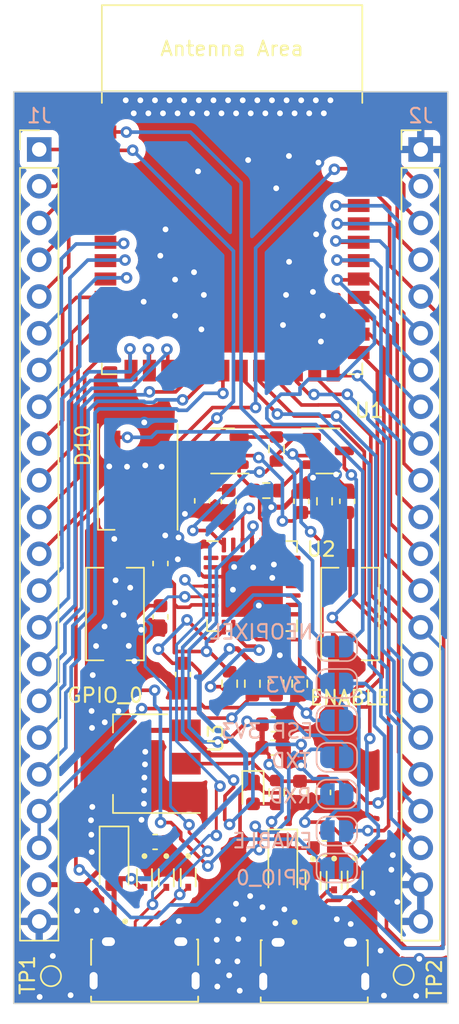
<source format=kicad_pcb>
(kicad_pcb (version 20221018) (generator pcbnew)
  (layers (0 "F.Cu" signal) (31 "B.Cu" signal) (34 "B.Paste" user) (35 "F.Paste" user) (36 "B.SilkS" user "B.Silkscreen") (37 "F.SilkS" user "F.Silkscreen") (38 "B.Mask" user) (39 "F.Mask" user) (44 "Edge.Cuts" user))
  (net 0 "")
  (net 1 "GND")
  (net 2 "/bridge-uart/VCC_5V")
  (net 3 "/bridge-uart/GPIO_19")
  (net 4 "/bridge-uart/USB_DP")
  (net 5 "/bridge-uart/GPIO_20")
  (net 8 "/bridge-uart/VBUS")
  (net 9 "/bridge-uart/USB_DN")
  (net 10 "/btn+led/EN")
  (net 11 "/esp32/GPIO_4")
  (net 12 "/esp32/GPIO_5")
  (net 13 "/esp32/GPIO_6")
  (net 14 "/esp32/GPIO_7")
  (net 15 "/esp32/GPIO_15")
  (net 16 "/esp32/GPIO_16")
  (net 17 "/esp32/GPIO_17")
  (net 18 "/esp32/GPIO_18")
  (net 19 "/esp32/GPIO_8")
  (net 20 "/esp32/GPIO_19")
  (net 21 "/esp32/GPIO_20")
  (net 22 "/esp32/GPIO_3")
  (net 23 "/esp32/GPIO_46")
  (net 24 "/esp32/GPIO_9")
  (net 25 "/esp32/GPIO_10")
  (net 26 "/esp32/GPIO_11")
  (net 27 "/esp32/GPIO_12")
  (net 28 "/esp32/GPIO_13")
  (net 29 "/esp32/GPIO_14")
  (net 30 "/esp32/GPIO_21")
  (net 31 "/esp32/GPIO_47")
  (net 32 "/esp32/GPIO_48")
  (net 33 "/esp32/GPIO_45")
  (net 34 "/esp32/GPIO_0")
  (net 35 "/esp32/GPIO_35")
  (net 36 "/esp32/GPIO_36")
  (net 37 "/esp32/GPIO_37")
  (net 38 "/esp32/GPIO_39")
  (net 39 "/esp32/GPIO_40")
  (net 40 "/esp32/GPIO_41")
  (net 41 "/esp32/GPIO_42")
  (net 42 "/esp32/GPIO_2")
  (net 43 "/esp32/GPIO_1")
  (net 44 "/esp32/ESP_3V3")
  (net 45 "Net-(U2-VBUS)")
  (net 46 "Net-(JP2-A)")
  (net 47 "Net-(JP3-A)")
  (net 48 "Net-(D5-A)")
  (net 49 "Net-(D9-A)")
  (net 50 "Net-(D10-DIN)")
  (net 52 "Net-(JP1-A)")
  (net 53 "Net-(U2-~{RST})")
  (net 54 "Net-(U2-~{SUSPEND})")
  (net 66 "/bridge-uart/RTS")
  (net 68 "/bridge-uart/DTR")
  (net 69 "Net-(JP4-A)")
  (net 72 "Net-(Q1-B)")
  (net 73 "Net-(Q2-B)")
  (net 76 "/bridge-uart/U0TXD")
  (net 77 "/bridge-uart/U0RXD")
  (net 78 "/bridge-uart/VCC_3V3")
  (net 79 "Net-(JP6-A)")
  (net 80 "/btn+led/GPIO_38")
  (footprint "Button_Switch_SMD:SW_Tactile_SPST_NO_Straight_CK_PTS636Sx25SMTRLFS" (layer "F.Cu") (at 117 76.09 -90)
    (fp_text reference "GPIO_0")
    (fp_text value "SW_Omron_B3FS" hide)
  )
  (footprint "Resistor_SMD:R_0603_1608Metric" (layer "F.Cu") (at 131.48 68.3 -90)
    (fp_text reference "R3" hide)
    (fp_text value "10K 0603 1%" hide)
  )
  (footprint "Capacitor_SMD:C_0603_1608Metric" (layer "F.Cu") (at 120.142 76.29 -90)
    (fp_text reference "C12" hide)
    (fp_text value "0.1uF/50V 0603" hide)
  )
  (footprint "LESD5D5.0CT1G:TVS_LESD5D5.0CT1G" (layer "F.Cu") (at 132.145 94.4875 -90)
    (fp_text reference "D8" hide)
    (fp_text value "LESD5D5.0CT1G" hide)
  )
  (footprint "Resistor_SMD:R_0603_1608Metric" (layer "F.Cu") (at 129.765 80.905 -90)
    (fp_text reference "R7" hide)
    (fp_text value "10K 0603 1%" hide)
  )
  (footprint "Capacitor_SMD:C_0603_1608Metric" (layer "F.Cu") (at 129.88 68.3 90)
    (fp_text reference "C1" hide)
    (fp_text value "1uF/16V 0603 10%" hide)
  )
  (footprint "Diode_SMD:D_SOD-123" (layer "F.Cu") (at 116.935 93.13 -90)
    (fp_text reference "D1" hide)
    (fp_text value "1N5819HW-7-F" hide)
  )
  (footprint "Resistor_SMD:R_0603_1608Metric" (layer "F.Cu") (at 128.16 64.685 90)
    (fp_text reference "R1" hide)
    (fp_text value "10K 0603 1%" hide)
  )
  (footprint "Package_TO_SOT_SMD:SOT-23-3" (layer "F.Cu") (at 131.71 64.82)
    (fp_text reference "Q2" hide)
    (fp_text value "L8050QLT1G" hide)
  )
  (footprint "Package_TO_SOT_SMD:SOT-23-3" (layer "F.Cu") (at 124.44 64.82 180)
    (fp_text reference "Q1" hide)
    (fp_text value "L8050QLT1G" hide)
  )
  (footprint "Capacitor_SMD:C_0603_1608Metric" (layer "F.Cu") (at 129.78 88.42 -90)
    (fp_text reference "C8" hide)
    (fp_text value "0.1uF/50V 0603" hide)
  )
  (footprint "LESD5D5.0CT1G:TVS_LESD5D5.0CT1G" (layer "F.Cu") (at 119.035 94.3175 -90)
    (fp_text reference "D2" hide)
    (fp_text value "LESD5D5.0CT1G" hide)
  )
  (footprint "Package_TO_SOT_SMD:SOT-223" (layer "F.Cu") (at 118.77 86.43 180)
    (fp_text reference "U3")
    (fp_text value "SGM2212-3.3" hide)
  )
  (footprint "LESD5D5.0CT1G:TVS_LESD5D5.0CT1G" (layer "F.Cu") (at 133.595 94.4675 -90)
    (fp_text reference "D7" hide)
    (fp_text value "LESD5D5.0CT1G" hide)
  )
  (footprint "TestPoint:TestPoint_Pad_D1.0mm" (layer "F.Cu") (at 136.95 101.03)
    (fp_text reference "TP2")
    (fp_text value "VBUSB" hide)
  )
  (footprint "Capacitor_SMD:C_0603_1608Metric" (layer "F.Cu") (at 121.7 80.27 -90)
    (fp_text reference "C4" hide)
    (fp_text value "1uF/16V 0603" hide)
  )
  (footprint "Resistor_SMD:R_0603_1608Metric" (layer "F.Cu") (at 126.495 80.905 -90)
    (fp_text reference "R5" hide)
    (fp_text value "22.1K 0603 1%" hide)
  )
  (footprint "Capacitor_SMD:C_0603_1608Metric" (layer "F.Cu") (at 120.142 72.6 -90)
    (fp_text reference "C2" hide)
    (fp_text value "10uF/25V 0603" hide)
  )
  (footprint "10118194-0001LF:AMPHENOL_10118194-0001LF" (layer "F.Cu") (at 119.045 101.43)
    (fp_text reference "J3" hide)
    (fp_text value "Micro USB (UART)" hide)
  )
  (footprint "Resistor_SMD:R_0603_1608Metric" (layer "F.Cu") (at 128.178 88.42 -90)
    (fp_text reference "R9" hide)
    (fp_text value "5.1K 0603 1%" hide)
  )
  (footprint "Capacitor_SMD:C_0603_1608Metric" (layer "F.Cu") (at 124.86 68.325 -90)
    (fp_text reference "C11" hide)
    (fp_text value "01uF/50V 0603" hide)
  )
  (footprint "Connector_PinHeader_2.54mm:PinHeader_1x22_P2.54mm_Vertical" (layer "F.Cu") (at 111.76 43.99)
    (fp_text reference "J1")
    (fp_text value "Conn_01x22" hide)
  )
  (footprint "Resistor_SMD:R_0603_1608Metric" (layer "F.Cu") (at 127.46 67.56)
    (fp_text reference "R2" hide)
    (fp_text value "10K 0603 1%" hide)
  )
  (footprint "Button_Switch_SMD:SW_Tactile_SPST_NO_Straight_CK_PTS636Sx25SMTRLFS" (layer "F.Cu") (at 133.25 76.09 90)
    (fp_text reference "ENABLE")
    (fp_text value "SW_Omron_B3FS" hide)
  )
  (footprint "PCM_Espressif:ESP32-S3-WROOM-1" (layer "F.Cu") (at 125.09 49.77)
    (fp_text reference "U1")
    (fp_text value "ESP32-S3-WROOM-1" hide)
  )
  (footprint "Diode_SMD:D_SOD-123" (layer "F.Cu") (at 128.6 93.3375 -90)
    (fp_text reference "D5" hide)
    (fp_text value "1N5819HW-7-F" hide)
  )
  (footprint "Capacitor_SMD:C_0603_1608Metric" (layer "F.Cu") (at 119.77 91.84)
    (fp_text reference "C3" hide)
    (fp_text value "10uF/25V 0603" hide)
  )
  (footprint "Capacitor_SMD:C_0603_1608Metric" (layer "F.Cu") (at 123.02 68.27 -90)
    (fp_text reference "C10" hide)
    (fp_text value "10uF/25V 0603" hide)
  )
  (footprint "Capacitor_SMD:C_0603_1608Metric" (layer "F.Cu") (at 131.382 88.42 -90)
    (fp_text reference "C9" hide)
    (fp_text value "10uF/25V 0603" hide)
  )
  (footprint "Resistor_SMD:R_0603_1608Metric" (layer "F.Cu") (at 128.13 80.905 90)
    (fp_text reference "R6" hide)
    (fp_text value "47.5K 0603 1%" hide)
  )
  (footprint "Capacitor_SMD:C_0603_1608Metric" (layer "F.Cu") (at 127.93 85.33)
    (fp_text reference "C6" hide)
    (fp_text value "10uF/25V 0603" hide)
  )
  (footprint "Capacitor_SMD:C_0603_1608Metric" (layer "F.Cu") (at 131.475 92.2675)
    (fp_text reference "C5" hide)
    (fp_text value "c=\"10uF/25V 0603\"" hide)
  )
  (footprint "LESD5D5.0CT1G:TVS_LESD5D5.0CT1G" (layer "F.Cu") (at 130.685 94.5175 -90)
    (fp_text reference "D6" hide)
    (fp_text value "LESD5D5.0CT1G" hide)
  )
  (footprint "LESD5D5.0CT1G:TVS_LESD5D5.0CT1G" (layer "F.Cu") (at 122.06 94.31 -90)
    (fp_text reference "D3" hide)
    (fp_text value "LESD5D5.0CT1G" hide)
  )
  (footprint "TestPoint:TestPoint_Pad_D1.0mm" (layer "F.Cu") (at 112.57 101.11)
    (fp_text reference "TP1")
    (fp_text value "VBUS" hide)
  )
  (footprint "Connector_PinHeader_2.54mm:PinHeader_1x22_P2.54mm_Vertical" (layer "F.Cu") (at 138.13 43.99)
    (fp_text reference "J2")
    (fp_text value "Conn_01x22" hide)
  )
  (footprint "Capacitor_SMD:C_0603_1608Metric" (layer "F.Cu") (at 127.95 83.71)
    (fp_text reference "C7" hide)
    (fp_text value "0.1uF/50V 0603" hide)
  )
  (footprint "LESD5D5.0CT1G:TVS_LESD5D5.0CT1G" (layer "F.Cu") (at 120.545 94.3175 -90)
    (fp_text reference "D4" hide)
    (fp_text value "LESD5D5.0CT1G" hide)
  )
  (footprint "Package_DFN_QFN:QFN-28-1EP_6x6mm_P0.65mm_EP4.25x4.25mm" (layer "F.Cu") (at 126.4725 74.16)
    (fp_text reference "U2")
    (fp_text value "CP2102N-Axx-xQFN28" hide)
  )
  (footprint "Capacitor_SMD:C_0603_1608Metric" (layer "F.Cu") (at 133.05 68.3 90)
    (fp_text reference "C13" hide)
    (fp_text value "0.1uF/50V 0603" hide)
  )
  (footprint "Resistor_SMD:R_0603_1608Metric" (layer "F.Cu") (at 124.92 80.905 -90)
    (fp_text reference "R4" hide)
    (fp_text value "1K 0603 1%" hide)
  )
  (footprint "LED_SMD:LED_WS2812B_PLCC4_5.0x5.0mm_P3.2mm" (layer "F.Cu") (at 118.57 66.62 -90)
    (fp_text reference "D10")
    (fp_text value "SK6812" hide)
  )
  (footprint "LED_SMD:LED_0603_1608Metric" (layer "F.Cu") (at 126.536 88.42 -90)
    (fp_text reference "D9" hide)
    (fp_text value "LED RED" hide)
  )
  (footprint "10118194-0001LF:AMPHENOL_10118194-0001LF" (layer "F.Cu") (at 130.77 101.48)
    (fp_text reference "J4" hide)
    (fp_text value "Micro USB (NATIVE USB)" hide)
  )
  (footprint "Jumper:SolderJumper-2_P1.3mm_Open_RoundedPad1.0x1.5mm" (layer "B.Cu") (at 132.33 83.44 180)
    (fp_text reference "JP7" hide)
    (fp_text value "ESP 3V3")
  )
  (footprint "Jumper:SolderJumper-2_P1.3mm_Open_RoundedPad1.0x1.5mm" (layer "B.Cu") (at 132.33 91.09 180)
    (fp_text reference "JP1" hide)
    (fp_text value "ENABLE")
  )
  (footprint "Jumper:SolderJumper-2_P1.3mm_Open_RoundedPad1.0x1.5mm" (layer "B.Cu") (at 132.33 80.89 180)
    (fp_text reference "JP6" hide)
    (fp_text value "3V3")
  )
  (footprint "Jumper:SolderJumper-2_P1.3mm_Open_RoundedPad1.0x1.5mm" (layer "B.Cu") (at 132.33 78.34 180)
    (fp_text reference "JP5" hide)
    (fp_text value "NEOPIXEL")
  )
  (footprint "Jumper:SolderJumper-2_P1.3mm_Open_RoundedPad1.0x1.5mm" (layer "B.Cu") (at 132.33 88.54 180)
    (fp_text reference "JP3" hide)
    (fp_text value "RXD")
  )
  (footprint "Jumper:SolderJumper-2_P1.3mm_Open_RoundedPad1.0x1.5mm" (layer "B.Cu") (at 132.33 93.64 180)
    (fp_text reference "JP2" hide)
    (fp_text value "GPIO_0")
  )
  (footprint "Jumper:SolderJumper-2_P1.3mm_Open_RoundedPad1.0x1.5mm" (layer "B.Cu") (at 132.33 85.99 180)
    (fp_text reference "JP4" hide)
    (fp_text value "TXD")
  )
  (gr_rect (start 110 40) (end 140 103) (stroke (width 0.1)) (fill none) (layer "Edge.Cuts"))
  (segment (start 124.76 73.51) (end 123.635 73.51) (width 0.25) (layer "F.Cu") (net 1))
  (segment (start 127.799518 68.71) (end 128.695 68.71) (width 0.35) (layer "F.Cu") (net 1))
  (segment (start 120.345 98.755) (end 120.345 98.375) (width 0.35) (layer "F.Cu") (net 1))
  (segment (start 124.14 98.49) (end 124.03 98.6) (width 0.25) (layer "F.Cu") (net 1))
  (segment (start 125.64 94.88) (end 125.64 88.39) (width 0.25) (layer "F.Cu") (net 1))
  (segment (start 129.88 67.525) (end 129.88 67.47418) (width 0.35) (layer "F.Cu") (net 1))
  (segment (start 132.28406 66.446991) (end 132.28406 66.75906) (width 0.35) (layer "F.Cu") (net 1))
  (segment (start 121.9225 72.31) (end 123.1225 73.51) (width 0.25) (layer "F.Cu") (net 1))
  (segment (start 120.5525 93.65) (end 120.545 93.6575) (width 0.25) (layer "F.Cu") (net 1))
  (segment (start 125 73.75) (end 124.76 73.51) (width 0.25) (layer "F.Cu") (net 1))
  (segment (start 129.88 67.47418) (end 130.68468 66.6695) (width 0.35) (layer "F.Cu") (net 1))
  (segment (start 119.06 78.147) (end 119.06 79.27) (width 0.25) (layer "F.Cu") (net 1))
  (segment (start 128.695 68.71) (end 129.88 67.525) (width 0.35) (layer "F.Cu") (net 1))
  (segment (start 131.382 89.195) (end 129.78 89.195) (width 0.25) (layer "F.Cu") (net 1))
  (segment (start 120.345 98.375) (end 121.41 97.31) (width 0.35) (layer "F.Cu") (net 1))
  (segment (start 124.11 97.31) (end 124.14 97.28) (width 0.25) (layer "F.Cu") (net 1))
  (segment (start 125.8225 73.51) (end 125.24 73.51) (width 0.25) (layer "F.Cu") (net 1))
  (segment (start 124.03 100.01) (end 124.11 100.09) (width 0.25) (layer "F.Cu") (net 1))
  (segment (start 132.03 98.885) (end 132.03 97.48) (width 0.25) (layer "F.Cu") (net 1))
  (segment (start 123.1225 73.51) (end 123.635 73.51) (width 0.25) (layer "F.Cu") (net 1))
  (segment (start 126.3975 87.6325) (end 126.536 87.6325) (width 0.25) (layer "F.Cu") (net 1))
  (segment (start 126.34 95.58) (end 125.64 94.88) (width 0.25) (layer "F.Cu") (net 1))
  (segment (start 121.34 72.31) (end 121.9225 72.31) (width 0.25) (layer "F.Cu") (net 1))
  (segment (start 120.57 91.84) (end 120.7 91.71) (width 0.25) (layer "F.Cu") (net 1))
  (segment (start 132.03 97.48) (end 132.33 97.18) (width 0.25) (layer "F.Cu") (net 1))
  (segment (start 121.34 71.8275) (end 121.39 71.7775) (width 0.25) (layer "F.Cu") (net 1))
  (segment (start 120.142 77.065) (end 119.06 78.147) (width 0.25) (layer "F.Cu") (net 1))
  (segment (start 121.34 72.31) (end 121.34 71.8275) (width 0.25) (layer "F.Cu") (net 1))
  (segment (start 120.835 81.045) (end 121.7 81.045) (width 0.25) (layer "F.Cu") (net 1))
  (segment (start 129.78 89.195) (end 129.03 88.445) (width 0.25) (layer "F.Cu") (net 1))
  (segment (start 126.4725 74.16) (end 125.8225 73.51) (width 0.25) (layer "F.Cu") (net 1))
  (segment (start 121.39 71.7775) (end 121.39 70.8) (width 0.25) (layer "F.Cu") (net 1))
  (segment (start 119.06 79.27) (end 120.835 81.045) (width 0.25) (layer "F.Cu") (net 1))
  (segment (start 125.64 88.39) (end 126.3975 87.6325) (width 0.25) (layer "F.Cu") (net 1))
  (segment (start 127.3485 88.445) (end 126.536 87.6325) (width 0.25) (layer "F.Cu") (net 1))
  (segment (start 125.24 73.51) (end 125 73.75) (width 0.25) (layer "F.Cu") (net 1))
  (segment (start 129.03 88.445) (end 127.3485 88.445) (width 0.25) (layer "F.Cu") (net 1))
  (segment (start 132.28406 66.75906) (end 133.05 67.525) (width 0.35) (layer "F.Cu") (net 1))
  (via (at 127.19 96.35) (size 0.8) (drill 0.4) (layers "F.Cu" "B.Cu") (net 1))
  (via (at 117.23 82.79) (size 0.8) (drill 0.4) (layers "F.Cu" "B.Cu") (net 1))
  (via (at 125.23 72.84) (size 0.8) (drill 0.4) (layers "F.Cu" "B.Cu") (net 1))
  (via (at 126.2 44.72) (size 0.8) (drill 0.4) (layers "F.Cu" "B.Cu") (net 1))
  (via (at 120.314288 41.49) (size 0.8) (drill 0.4) (layers "F.Cu" "B.Cu") (net 1))
  (via (at 131.23 57.26) (size 0.8) (drill 0.4) (layers "F.Cu" "B.Cu") (net 1))
  (via (at 128.4 41.49) (size 0.8) (drill 0.4) (layers "F.Cu" "B.Cu") (net 1))
  (via (at 120.47 70.66) (size 0.8) (drill 0.4) (layers "F.Cu" "B.Cu") (net 1))
  (via (at 114.38 96.59) (size 0.8) (drill 0.4) (layers "F.Cu" "B.Cu") (net 1))
  (via (at 115.38 82.79) (size 0.8) (drill 0.4) (layers "F.Cu" "B.Cu") (net 1))
  (via (at 128.7055 96.498351) (size 0.8) (drill 0.4) (layers "F.Cu" "B.Cu") (net 1))
  (via (at 117.95 78.29) (size 0.8) (drill 0.4) (layers "F.Cu" "B.Cu") (net 1))
  (via (at 115.69 78.3) (size 0.8) (drill 0.4) (layers "F.Cu" "B.Cu") (net 1))
  (via (at 118.81 77.18) (size 0.8) (drill 0.4) (layers "F.Cu" "B.Cu") (net 1))
  (via (at 120.13 51.33) (size 0.8) (drill 0.4) (layers "F.Cu" "B.Cu") (net 1))
  (via (at 123.14 54.04) (size 0.8) (drill 0.4) (layers "F.Cu" "B.Cu") (net 1))
  (via (at 129.03 51.75) (size 0.8) (drill 0.4) (layers "F.Cu" "B.Cu") (net 1))
  (via (at 124.03 98.6) (size 0.8) (drill 0.4) (layers "F.Cu" "B.Cu") (net 1))
  (via (at 118.34 79.35) (size 0.8) (drill 0.4) (layers "F.Cu" "B.Cu") (net 1))
  (via (at 126.836426 40.59) (size 0.8) (drill 0.4) (layers "F.Cu" "B.Cu") (net 1))
  (via (at 121.83 69.17) (size 0.8) (drill 0.4) (layers "F.Cu" "B.Cu") (net 1))
  (via (at 124.07 101.83) (size 0.8) (drill 0.4) (layers "F.Cu" "B.Cu") (net 1))
  (via (at 125.367858 41.49) (size 0.8) (drill 0.4) (layers "F.Cu" "B.Cu") (net 1))
  (via (at 125.15 74.41) (size 0.8) (drill 0.4) (layers "F.Cu" "B.Cu") (net 1))
  (via (at 125.52 98.55) (size 0.8) (drill 0.4) (layers "F.Cu" "B.Cu") (net 1))
  (via (at 137.81 102.48) (size 0.8) (drill 0.4) (layers "F.Cu" "B.Cu") (net 1))
  (via (at 117.04 73.76) (size 0.8) (drill 0.4) (layers "F.Cu" "B.Cu") (net 1))
  (via (at 118.750714 40.59) (size 0.8) (drill 0.4) (layers "F.Cu" "B.Cu") (net 1))
  (via (at 130.421428 41.49) (size 0.8) (drill 0.4) (layers "F.Cu" "B.Cu") (net 1))
  (via (at 119.09 65.82) (size 0.8) (drill 0.4) (layers "F.Cu" "B.Cu") (net 1))
  (via (at 119.761428 40.59) (size 0.8) (drill 0.4) (layers "F.Cu" "B.Cu") (net 1))
  (via (at 123.804284 40.59) (size 0.8) (drill 0.4) (layers "F.Cu" "B.Cu") (net 1))
  (via (at 130.879282 40.59) (size 0.8) (drill 0.4) (layers "F.Cu" "B.Cu") (net 1))
  (via (at 115.39 92.53) (size 0.8) (drill 0.4) (layers "F.Cu" "B.Cu") (net 1))
  (via (at 126.936661 75.5045) (size 0.8) (drill 0.4) (layers "F.Cu" "B.Cu") (net 1))
  (via (at 118.05 74.27) (size 0.8) (drill 0.4) (layers "F.Cu" "B.Cu") (net 1))
  (via (at 115.36 91.34) (size 0.8) (drill 0.4) (layers "F.Cu" "B.Cu") (net 1))
  (via (at 125.87 97.2) (size 0.8) (drill 0.4) (layers "F.Cu" "B.Cu") (net 1))
  (via (at 120.772142 40.59) (size 0.8) (drill 0.4) (layers "F.Cu" "B.Cu") (net 1))
  (via (at 125.825712 40.59) (size 0.8) (drill 0.4) (layers "F.Cu" "B.Cu") (net 1))
  (via (at 121.782856 40.59) (size 0.8) (drill 0.4) (layers "F.Cu" "B.Cu") (net 1))
  (via (at 119.07 86.48) (size 0.8) (drill 0.4) (layers "F.Cu" "B.Cu") (net 1))
  (via (at 124.357144 41.49) (size 0.8) (drill 0.4) (layers "F.Cu" "B.Cu") (net 1))
  (via (at 127.84714 40.59) (size 0.8) (drill 0.4) (layers "F.Cu" "B.Cu") (net 1))
  (via (at 118.98 54.51) (size 0.8) (drill 0.4) (layers "F.Cu" "B.Cu") (net 1))
  (via (at 119 89.2) (size 0.8) (drill 0.4) (layers "F.Cu" "B.Cu") (net 1))
  (via (at 127.98 72.67) (size 0.8) (drill 0.4) (layers "F.Cu" "B.Cu") (net 1))
  (via (at 121.41 97.31) (size 0.8) (drill 0.4) (layers "F.Cu" "B.Cu") (net 1))
  (via (at 131.432142 41.49) (size 0.8) (drill 0.4) (layers "F.Cu" "B.Cu") (net 1))
  (via (at 131.36 55.48) (size 0.8) (drill 0.4) (layers "F.Cu" "B.Cu") (net 1))
  (via (at 130.68 53.83) (size 0.8) (drill 0.4) (layers "F.Cu" "B.Cu") (net 1))
  (via (at 126.34 95.58) (size 0.8) (drill 0.4) (layers "F.Cu" "B.Cu") (net 1))
  (via (at 128.61 56.12) (size 0.8) (drill 0.4) (layers "F.Cu" "B.Cu") (net 1))
  (via (at 119.03 87.39) (size 0.8) (drill 0.4) (layers "F.Cu" "B.Cu") (net 1))
  (via (at 132.33 97.18) (size 0.8) (drill 0.4) (layers "F.Cu" "B.Cu") (net 1))
  (via (at 121.15 52.98) (size 0.8) (drill 0.4) (layers "F.Cu" "B.Cu") (net 1))
  (via (at 119.01 88.28) (size 0.8) (drill 0.4) (layers "F.Cu" "B.Cu") (net 1))
  (via (at 128.14 46.67) (size 0.8) (drill 0.4) (layers "F.Cu" "B.Cu") (net 1))
  (via (at 113.93 102.43) (size 0.8) (drill 0.4) (layers "F.Cu" "B.Cu") (net 1))
  (via (at 119.09 85.61) (size 0.8) (drill 0.4) (layers "F.Cu" "B.Cu") (net 1))
  (via (at 131.06 44.89) (size 0.8) (drill 0.4) (layers "F.Cu" "B.Cu") (net 1))
  (via (at 123.34643 41.49) (size 0.8) (drill 0.4) (layers "F.Cu" "B.Cu") (net 1))
  (via (at 116.6 65.89) (size 0.8) (drill 0.4) (layers "F.Cu" "B.Cu") (net 1))
  (via (at 128.857854 40.59) (size 0.8) (drill 0.4) (layers "F.Cu" "B.Cu") (net 1))
  (via (at 117.74 40.59) (size 0.8) (drill 0.4) (layers "F.Cu" "B.Cu") (net 1))
  (via (at 111.79 102.55) (size 0.8) (drill 0.4) (layers "F.Cu" "B.Cu") (net 1))
  (via (at 125.62 102.12) (size 0.8) (drill 0.4) (layers "F.Cu" "B.Cu") (net 1))
  (via (at 115.43 89.42) (size 0.8) (drill 0.4) (layers "F.Cu" "B.Cu") (net 1))
  (via (at 121.15 55.48) (size 0.8) (drill 0.4) (layers "F.Cu" "B.Cu") (net 1))
  (via (at 120.22 65.91) (size 0.8) (drill 0.4) (layers "F.Cu" "B.Cu") (net 1))
  (via (at 122.79357 40.59) (size 0.8) (drill 0.4) (layers "F.Cu" "B.Cu") (net 1))
  (via (at 115.71 96.56) (size 0.8) (drill 0.4) (layers "F.Cu" "B.Cu") (net 1))
  (via (at 129.410714 41.49) (size 0.8) (drill 0.4) (layers "F.Cu" "B.Cu") (net 1))
  (via (at 121.325002 41.49) (size 0.8) (drill 0.4) (layers "F.Cu" "B.Cu") (net 1))
  (via (at 129.868568 40.59) (size 0.8) (drill 0.4) (layers "F.Cu" "B.Cu") (net 1))
  (via (at 132.28406 66.446991) (size 0.8) (drill 0.4) (layers "F.Cu" "B.Cu") (net 1))
  (via (at 136.1 93.76) (size 0.8) (drill 0.4) (layers "F.Cu" "B.Cu") (net 1))
  (via (at 118.29286 41.49) (size 0.8) (drill 0.4) (layers "F.Cu" "B.Cu") (net 1))
  (via (at 124.89 101.06) (size 0.8) (drill 0.4) (layers "F.Cu" "B.Cu") (net 1))
  (via (at 126.55 72.87) (size 0.8) (drill 0.4) (layers "F.Cu" "B.Cu") (net 1))
  (via (at 112.7 99.72) (size 0.8) (drill 0.4) (layers "F.Cu" "B.Cu") (net 1))
  (via (at 121.39 70.8) (size 0.8) (drill 0.4) (layers "F.Cu" "B.Cu") (net 1))
  (via (at 122.46 52.47) (size 0.8) (drill 0.4) (layers "F.Cu" "B.Cu") (net 1))
  (via (at 117.01 75.29) (size 0.8) (drill 0.4) (layers "F.Cu" "B.Cu") (net 1))
  (via (at 120.49 49.51) (size 0.8) (drill 0.4) (layers "F.Cu" "B.Cu") (net 1))
  (via (at 125.46 100.09) (size 0.8) (drill 0.4) (layers "F.Cu" "B.Cu") (net 1))
  (via (at 124.11 100.09) (size 0.8) (drill 0.4) (layers "F.Cu" "B.Cu") (net 1))
  (via (at 119.02 62.85) (size 0.8) (drill 0.4) (layers "F.Cu" "B.Cu") (net 1))
  (via (at 134.8 95.37) (size 0.8) (drill 0.4) (layers "F.Cu" "B.Cu") (net 1))
  (via (at 124.14 97.28) (size 0.8) (drill 0.4) (layers "F.Cu" "B.Cu") (net 1))
  (via (at 127.799518 68.71) (size 0.8) (drill 0.4) (layers "F.Cu" "B.Cu") (net 1))
  (via (at 129.02 44.44) (size 0.8) (drill 0.4) (layers "F.Cu" "B.Cu") (net 1))
  (via (at 130.9 49.85) (size 0.8) (drill 0.4) (layers "F.Cu" "B.Cu") (net 1))
  (via (at 121.34 72.31) (size 0.8) (drill 0.4) (layers "F.Cu" "B.Cu") (net 1))
  (via (at 128.39 78.94) (size 0.8) (drill 0.4) (layers "F.Cu" "B.Cu") (net 1))
  (via (at 135.36 99.35) (size 0.8) (drill 0.4) (layers "F.Cu" "B.Cu") (net 1))
  (via (at 127.87 73.59) (size 0.8) (drill 0.4) (layers "F.Cu" "B.Cu") (net 1))
  (via (at 122.74 45.5) (size 0.8) (drill 0.4) (layers "F.Cu" "B.Cu") (net 1))
  (via (at 115.34 90.34) (size 0.8) (drill 0.4) (layers "F.Cu" "B.Cu") (net 1))
  (via (at 128.09 97.46) (size 0.8) (drill 0.4) (layers "F.Cu" "B.Cu") (net 1))
  (via (at 136.2 92.75) (size 0.8) (drill 0.4) (layers "F.Cu" "B.Cu") (net 1))
  (via (at 127.389286 41.49) (size 0.8) (drill 0.4) (layers "F.Cu" "B.Cu") (net 1))
  (via (at 130.68468 66.6695) (size 0.8) (drill 0.4) (layers "F.Cu" "B.Cu") (net 1))
  (via (at 117.59 76.16) (size 0.8) (drill 0.4) (layers "F.Cu" "B.Cu") (net 1))
  (via (at 124.814998 40.59) (size 0.8) (drill 0.4) (layers "F.Cu" "B.Cu") (net 1))
  (via (at 115.41 83.96) (size 0.8) (drill 0.4) (layers "F.Cu" "B.Cu") (net 1))
  (via (at 117.83 65.91) (size 0.8) (drill 0.4) (layers "F.Cu" "B.Cu") (net 1))
  (via (at 133.29 97.51) (size 0.8) (drill 0.4) (layers "F.Cu" "B.Cu") (net 1))
  (via (at 116.28 76.95) (size 0.8) (drill 0.4) (layers "F.Cu" "B.Cu") (net 1))
  (via (at 135.59 102.46) (size 0.8) (drill 0.4) (layers "F.Cu" "B.Cu") (net 1))
  (via (at 119.303574 41.49) (size 0.8) (drill 0.4) (layers "F.Cu" "B.Cu") (net 1))
  (via (at 115.46 80.31) (size 0.8) (drill 0.4) (layers "F.Cu" "B.Cu") (net 1))
  (via (at 122.335716 41.49) (size 0.8) (drill 0.4) (layers "F.Cu" "B.Cu") (net 1))
  (via (at 126.378572 41.49) (size 0.8) (drill 0.4) (layers "F.Cu" "B.Cu") (net 1))
  (via (at 136.51 95.98) (size 0.8) (drill 0.4) (layers "F.Cu" "B.Cu") (net 1))
  (via (at 118.83 90.31) (size 0.8) (drill 0.4) (layers "F.Cu" "B.Cu") (net 1))
  (via (at 116.29 83.57) (size 0.8) (drill 0.4) (layers "F.Cu" "B.Cu") (net 1))
  (via (at 122.97 56.42) (size 0.8) (drill 0.4) (layers "F.Cu" "B.Cu") (net 1))
  (via (at 131.89 40.59) (size 0.8) (drill 0.4) (layers "F.Cu" "B.Cu") (net 1))
  (via (at 125.36 96.11) (size 0.8) (drill 0.4) (layers "F.Cu" "B.Cu") (net 1))
  (via (at 128.82 54.04) (size 0.8) (drill 0.4) (layers "F.Cu" "B.Cu") (net 1))
  (via (at 116.95 70.9) (size 0.8) (drill 0.4) (layers "F.Cu" "B.Cu") (net 1))
  (via (at 138.03 99.9145) (size 0.8) (drill 0.4) (layers "F.Cu" "B.Cu") (net 1))
  (segment (start 138.13 94.68) (end 136.2 92.75) (width 0.35) (layer "B.Cu") (net 1))
  (segment (start 127.3595 72.1505) (end 127.31 72.2) (width 0.35) (layer "B.Cu") (net 1))
  (segment (start 127.78 72.67) (end 127.98 72.67) (width 0.35) (layer "B.Cu") (net 1))
  (segment (start 127.799518 68.71) (end 127.3595 69.150018) (width 0.35) (layer "B.Cu") (net 1))
  (segment (start 132.28406 66.446991) (end 132.061551 66.6695) (width 0.35) (layer "B.Cu") (net 1))
  (segment (start 132.061551 66.6695) (end 130.68468 66.6695) (width 0.35) (layer "B.Cu") (net 1))
  (segment (start 138.13 94.79) (end 138.13 94.68) (width 0.35) (layer "B.Cu") (net 1))
  (segment (start 127.31 72.2) (end 127.78 72.67) (width 0.35) (layer "B.Cu") (net 1))
  (segment (start 127.3595 69.150018) (end 127.3595 72.1505) (width 0.35) (layer "B.Cu") (net 1))
  (segment (start 116.935 92.765) (end 114.91 94.79) (width 0.35) (layer "F.Cu") (net 2))
  (segment (start 127.175 83.71) (end 127.155 83.73) (width 0.25) (layer "F.Cu") (net 2))
  (segment (start 118.635 91.48) (end 118.995 91.84) (width 0.25) (layer "F.Cu") (net 2))
  (segment (start 127.656039 85.831039) (end 127.155 85.33) (width 0.25) (layer "F.Cu") (net 2))
  (segment (start 121.92 84.13) (end 118.94 84.13) (width 0.35) (layer "F.Cu") (net 2))
  (segment (start 130.7 92.2675) (end 129.18 92.2675) (width 0.25) (layer "F.Cu") (net 2))
  (segment (start 116.935 91.48) (end 116.935 92.765) (width 0.35) (layer "F.Cu") (net 2))
  (segment (start 126.655 85.83) (end 127.175 85.31) (width 0.35) (layer "F.Cu") (net 2))
  (segment (start 127.656039 86.483961) (end 127.656039 85.831039) (width 0.25) (layer "F.Cu") (net 2))
  (segment (start 127.82 90.9075) (end 128.6 91.6875) (width 0.25) (layer "F.Cu") (net 2))
  (segment (start 117.6 85.47) (end 117.6 89.54) (width 0.35) (layer "F.Cu") (net 2))
  (segment (start 129.18 92.2675) (end 128.6 91.6875) (width 0.25) (layer "F.Cu") (net 2))
  (segment (start 127.155 83.73) (end 127.155 85.33) (width 0.35) (layer "F.Cu") (net 2))
  (segment (start 127.175 85.31) (end 127.175 83.71) (width 0.35) (layer "F.Cu") (net 2))
  (segment (start 116.935 91.48) (end 118.635 91.48) (width 0.25) (layer "F.Cu") (net 2))
  (segment (start 123.62 85.83) (end 126.655 85.83) (width 0.35) (layer "F.Cu") (net 2))
  (segment (start 114.91 94.79) (end 111.76 94.79) (width 0.35) (layer "F.Cu") (net 2))
  (segment (start 127.82 90.44) (end 127.82 90.9075) (width 0.25) (layer "F.Cu") (net 2))
  (segment (start 116.935 90.205) (end 116.935 91.48) (width 0.35) (layer "F.Cu") (net 2))
  (segment (start 117.6 89.54) (end 116.935 90.205) (width 0.35) (layer "F.Cu") (net 2))
  (segment (start 118.94 84.13) (end 117.6 85.47) (width 0.35) (layer "F.Cu") (net 2))
  (segment (start 121.92 84.13) (end 123.62 85.83) (width 0.35) (layer "F.Cu") (net 2))
  (via (at 127.656039 86.483961) (size 0.8) (drill 0.4) (layers "F.Cu" "B.Cu") (net 2))
  (via (at 127.82 90.44) (size 0.8) (drill 0.4) (layers "F.Cu" "B.Cu") (net 2))
  (segment (start 128.54 89.72) (end 127.82 90.44) (width 0.25) (layer "B.Cu") (net 2))
  (segment (start 127.656039 86.483961) (end 128.54 87.367922) (width 0.25) (layer "B.Cu") (net 2))
  (segment (start 128.54 87.367922) (end 128.54 89.72) (width 0.25) (layer "B.Cu") (net 2))
  (segment (start 130.73 96.84038) (end 131.69038 95.88) (width 0.25) (layer "F.Cu") (net 3))
  (segment (start 131.69038 95.88) (end 132.52 95.88) (width 0.25) (layer "F.Cu") (net 3))
  (segment (start 130.73 98.885) (end 130.73 96.84038) (width 0.25) (layer "F.Cu") (net 3))
  (segment (start 133.2725 95.1275) (end 133.595 95.1275) (width 0.25) (layer "F.Cu") (net 3))
  (segment (start 132.52 95.88) (end 133.2725 95.1275) (width 0.25) (layer "F.Cu") (net 3))
  (segment (start 121.83 73.73) (end 122.26 74.16) (width 0.2) (layer "F.Cu") (net 4))
  (segment (start 122.26 74.16) (end 123.635 74.16) (width 0.2) (layer "F.Cu") (net 4))
  (segment (start 119.593738 95.928762) (end 120.545 94.9775) (width 0.2) (layer "F.Cu") (net 4))
  (segment (start 124 88.235499) (end 124 91.39) (width 0.2) (layer "F.Cu") (net 4))
  (segment (start 119.593738 96.149787) (end 119.593738 95.928762) (width 0.2) (layer "F.Cu") (net 4))
  (segment (start 118.395 97.348525) (end 118.395 98.875) (width 0.2) (layer "F.Cu") (net 4))
  (segment (start 119.593738 96.149787) (end 118.395 97.348525) (width 0.2) (layer "F.Cu") (net 4))
  (segment (start 124.254628 87.980871) (end 124 88.235499) (width 0.2) (layer "F.Cu") (net 4))
  (via (at 119.593738 96.149787) (size 0.8) (drill 0.4) (layers "F.Cu" "B.Cu") (net 4))
  (via (at 124.254628 87.980871) (size 0.8) (drill 0.4) (layers "F.Cu" "B.Cu") (net 4))
  (via (at 121.83 73.73) (size 0.8) (drill 0.4) (layers "F.Cu" "B.Cu") (net 4))
  (via (at 124 91.39) (size 0.8) (drill 0.4) (layers "F.Cu" "B.Cu") (net 4))
  (segment (start 124.254628 87.884628) (end 121.25 84.88) (width 0.2) (layer "B.Cu") (net 4))
  (segment (start 124.254628 87.980871) (end 124.254628 87.884628) (width 0.2) (layer "B.Cu") (net 4))
  (segment (start 119.593738 96.149787) (end 119.593738 95.290861) (width 0.2) (layer "B.Cu") (net 4))
  (segment (start 121.25 78.212331) (end 123.133178 76.329153) (width 0.2) (layer "B.Cu") (net 4))
  (segment (start 121.25 84.88) (end 121.25 78.212331) (width 0.2) (layer "B.Cu") (net 4))
  (segment (start 123.133178 76.329153) (end 123.133178 75.033178) (width 0.2) (layer "B.Cu") (net 4))
  (segment (start 123.133178 75.033178) (end 121.83 73.73) (width 0.2) (layer "B.Cu") (net 4))
  (segment (start 119.593738 95.290861) (end 123.494599 91.39) (width 0.2) (layer "B.Cu") (net 4))
  (segment (start 123.494599 91.39) (end 124 91.39) (width 0.2) (layer "B.Cu") (net 4))
  (segment (start 130.08 98.885) (end 130.08 96.83) (width 0.25) (layer "F.Cu") (net 5))
  (segment (start 131.7625 95.1475) (end 132.145 95.1475) (width 0.25) (layer "F.Cu") (net 5))
  (segment (start 130.08 96.83) (end 131.7625 95.1475) (width 0.25) (layer "F.Cu") (net 5))
  (segment (start 117.175 97.455) (end 115.245 97.455) (width 0.35) (layer "F.Cu") (net 8))
  (segment (start 118.7275 94.9775) (end 119.035 94.9775) (width 0.35) (layer "F.Cu") (net 8))
  (segment (start 117.335 94.38) (end 118.13 94.38) (width 0.35) (layer "F.Cu") (net 8))
  (segment (start 116.935 94.78) (end 116.935 97.45) (width 0.35) (layer "F.Cu") (net 8))
  (segment (start 115.245 97.455) (end 114.32 98.38) (width 0.35) (layer "F.Cu") (net 8))
  (segment (start 117.745 98.025) (end 117.175 97.455) (width 0.35) (layer "F.Cu") (net 8))
  (segment (start 114.32 98.38) (end 114.32 99.87) (width 0.35) (layer "F.Cu") (net 8))
  (segment (start 113.08 101.11) (end 112.57 101.11) (width 0.35) (layer "F.Cu") (net 8))
  (segment (start 118.13 94.38) (end 118.7275 94.9775) (width 0.35) (layer "F.Cu") (net 8))
  (segment (start 125.472003 78.492003) (end 126.495 79.515) (width 0.35) (layer "F.Cu") (net 8))
  (segment (start 126.495 79.515) (end 126.495 80.08) (width 0.35) (layer "F.Cu") (net 8))
  (segment (start 114.32 99.87) (end 113.08 101.11) (width 0.35) (layer "F.Cu") (net 8))
  (segment (start 124.907003 78.492003) (end 125.472003 78.492003) (width 0.35) (layer "F.Cu") (net 8))
  (segment (start 116.935 94.78) (end 117.335 94.38) (width 0.35) (layer "F.Cu") (net 8))
  (segment (start 116.935 97.45) (end 116.94 97.455) (width 0.35) (layer "F.Cu") (net 8))
  (segment (start 117.745 98.875) (end 117.745 98.025) (width 0.35) (layer "F.Cu") (net 8))
  (via (at 124.907003 78.492003) (size 0.8) (drill 0.4) (layers "F.Cu" "B.Cu") (net 8))
  (via (at 118.13 94.38) (size 0.8) (drill 0.4) (layers "F.Cu" "B.Cu") (net 8))
  (segment (start 124.907003 78.492003) (end 124.907003 78.612997) (width 0.35) (layer "B.Cu") (net 8))
  (segment (start 123.075 80.445) (end 122.8195 80.7005) (width 0.35) (layer "B.Cu") (net 8))
  (segment (start 123.075 80.445) (end 122.625 80.445) (width 0.35) (layer "B.Cu") (net 8))
  (segment (start 124.0645 84.1545) (end 124.425291 84.1545) (width 0.35) (layer "B.Cu") (net 8))
  (segment (start 122.8195 80.7005) (end 122.8195 82.9095) (width 0.35) (layer "B.Cu") (net 8))
  (segment (start 124.907003 78.612997) (end 123.075 80.445) (width 0.35) (layer "B.Cu") (net 8))
  (segment (start 126.030753 85.759961) (end 126.030753 87.829247) (width 0.35) (layer "B.Cu") (net 8))
  (segment (start 122.8195 82.9095) (end 124.0645 84.1545) (width 0.35) (layer "B.Cu") (net 8))
  (segment (start 124.425291 84.1545) (end 126.030753 85.759961) (width 0.35) (layer "B.Cu") (net 8))
  (segment (start 119.48 94.38) (end 118.13 94.38) (width 0.35) (layer "B.Cu") (net 8))
  (segment (start 126.030753 87.829247) (end 119.48 94.38) (width 0.35) (layer "B.Cu") (net 8))
  (segment (start 121.473977 95.470145) (end 120.264122 96.68) (width 0.2) (layer "F.Cu") (net 9))
  (segment (start 119.045 97.685) (end 119.045 98.875) (width 0.2) (layer "F.Cu") (net 9))
  (segment (start 120.264122 96.68) (end 120.05 96.68) (width 0.2) (layer "F.Cu") (net 9))
  (segment (start 123.545943 74.899057) (end 123.635 74.81) (width 0.2) (layer "F.Cu") (net 9))
  (segment (start 121.559855 95.470145) (end 122.06 94.97) (width 0.2) (layer "F.Cu") (net 9))
  (segment (start 120.05 96.68) (end 119.045 97.685) (width 0.2) (layer "F.Cu") (net 9))
  (segment (start 122.11698 91.183597) (end 123.413474 92.480091) (width 0.2) (layer "F.Cu") (net 9))
  (segment (start 121.473977 95.470145) (end 121.559855 95.470145) (width 0.2) (layer "F.Cu") (net 9))
  (segment (start 121.8245 74.899057) (end 123.545943 74.899057) (width 0.2) (layer "F.Cu") (net 9))
  (segment (start 122.11698 90.64771) (end 122.11698 91.183597) (width 0.2) (layer "F.Cu") (net 9))
  (via (at 123.413474 92.480091) (size 0.8) (drill 0.4) (layers "F.Cu" "B.Cu") (net 9))
  (via (at 121.473977 95.470145) (size 0.8) (drill 0.4) (layers "F.Cu" "B.Cu") (net 9))
  (via (at 121.8245 74.899057) (size 0.8) (drill 0.4) (layers "F.Cu" "B.Cu") (net 9))
  (via (at 122.11698 90.64771) (size 0.8) (drill 0.4) (layers "F.Cu" "B.Cu") (net 9))
  (segment (start 122.11698 90.64771) (end 120.835 89.36573) (width 0.2) (layer "B.Cu") (net 9))
  (segment (start 119.51 76.89005) (end 119.09995 76.48) (width 0.2) (layer "B.Cu") (net 9))
  (segment (start 119.08 77.89995) (end 119.51 77.46995) (width 0.2) (layer "B.Cu") (net 9))
  (segment (start 120.670943 74.899057) (end 121.8245 74.899057) (width 0.2) (layer "B.Cu") (net 9))
  (segment (start 120.835 81.465) (end 119.08 79.71) (width 0.2) (layer "B.Cu") (net 9))
  (segment (start 119.08 79.71) (end 119.08 77.89995) (width 0.2) (layer "B.Cu") (net 9))
  (segment (start 120.835 89.36573) (end 120.835 81.465) (width 0.2) (layer "B.Cu") (net 9))
  (segment (start 119.51 77.46995) (end 119.51 76.89005) (width 0.2) (layer "B.Cu") (net 9))
  (segment (start 119.09995 76.47005) (end 120.670943 74.899057) (width 0.2) (layer "B.Cu") (net 9))
  (segment (start 123.413474 92.515446) (end 121.473977 94.454943) (width 0.2) (layer "B.Cu") (net 9))
  (segment (start 123.413474 92.480091) (end 123.413474 92.515446) (width 0.2) (layer "B.Cu") (net 9))
  (segment (start 119.09995 76.48) (end 119.09995 76.47005) (width 0.2) (layer "B.Cu") (net 9))
  (segment (start 121.473977 94.454943) (end 121.473977 95.470145) (width 0.2) (layer "B.Cu") (net 9))
  (segment (start 122.22 65.071752) (end 122.22 64.31) (width 0.25) (layer "F.Cu") (net 10))
  (segment (start 135.46 77.106396) (end 133.25 74.896396) (width 0.25) (layer "F.Cu") (net 10))
  (segment (start 134.112 81.788) (end 135.46 80.44) (width 0.25) (layer "F.Cu") (net 10))
  (segment (start 124.568248 65.445) (end 122.593248 65.445) (width 0.25) (layer "F.Cu") (net 10))
  (segment (start 126.795 65.145) (end 124.868248 65.145) (width 0.25) (layer "F.Cu") (net 10))
  (segment (start 122.593248 65.445) (end 122.22 65.071752) (width 0.25) (layer "F.Cu") (net 10))
  (segment (start 122.22 64.31) (end 123.982799 62.547201) (width 0.25) (layer "F.Cu") (net 10))
  (segment (start 116.34 44.05) (end 118.21 44.05) (width 0.25) (layer "F.Cu") (net 10))
  (segment (start 124.868248 65.145) (end 124.568248 65.445) (width 0.25) (layer "F.Cu") (net 10))
  (segment (start 118.21 44.05) (end 118.22 44.04) (width 0.25) (layer "F.Cu") (net 10))
  (segment (start 116.28 43.99) (end 116.34 44.05) (width 0.25) (layer "F.Cu") (net 10))
  (segment (start 131.43 69.075) (end 131.48 69.125) (width 0.25) (layer "F.Cu") (net 10))
  (segment (start 131.48 69.125) (end 133 69.125) (width 0.25) (layer "F.Cu") (net 10))
  (segment (start 133.25 74.896396) (end 133.25 69.275) (width 0.25) (layer "F.Cu") (net 10))
  (segment (start 133.25 69.275) (end 133.05 69.075) (width 0.25) (layer "F.Cu") (net 10))
  (segment (start 111.76 43.99) (end 116.28 43.99) (width 0.25) (layer "F.Cu") (net 10))
  (segment (start 129.295 69.66) (end 129.88 69.075) (width 0.25) (layer "F.Cu") (net 10))
  (segment (start 129.88 69.075) (end 131.43 69.075) (width 0.25) (layer "F.Cu") (net 10))
  (segment (start 133 69.125) (end 133.05 69.075) (width 0.25) (layer "F.Cu") (net 10))
  (segment (start 128.57 69.66) (end 129.295 69.66) (width 0.25) (layer "F.Cu") (net 10))
  (segment (start 123.982799 62.547201) (end 124.042299 62.547201) (width 0.25) (layer "F.Cu") (net 10))
  (segment (start 126.93 65.28) (end 126.795 65.145) (width 0.25) (layer "F.Cu") (net 10))
  (segment (start 135.46 80.44) (end 135.46 77.106396) (width 0.25) (layer "F.Cu") (net 10))
  (via (at 126.93 65.28) (size 0.8) (drill 0.4) (layers "F.Cu" "B.Cu") (net 10))
  (via (at 124.042299 62.547201) (size 0.8) (drill 0.4) (layers "F.Cu" "B.Cu") (net 10))
  (via (at 118.22 44.04) (size 0.8) (drill 0.4) (layers "F.Cu" "B.Cu") (net 10))
  (via (at 134.112 81.788) (size 0.8) (drill 0.4) (layers "F.Cu" "B.Cu") (net 10))
  (via (at 128.57 69.66) (size 0.8) (drill 0.4) (layers "F.Cu" "B.Cu") (net 10))
  (segment (start 133.795 89.615) (end 133.85 89.56) (width 0.25) (layer "B.Cu") (net 10))
  (segment (start 127.005305 65.28) (end 128.57 66.844695) (width 0.25) (layer "B.Cu") (net 10))
  (segment (start 126.93 65.28) (end 127.005305 65.28) (width 0.25) (layer "B.Cu") (net 10))
  (segment (start 133.85 82.05) (end 134.112 81.788) (width 0.25) (layer "B.Cu") (net 10))
  (segment (start 131.68 90.28038) (end 132.34538 89.615) (width 0.25) (layer "B.Cu") (net 10))
  (segment (start 132.34538 89.615) (end 133.795 89.615) (width 0.25) (layer "B.Cu") (net 10))
  (segment (start 125.185 51.005) (end 125.185 61.4045) (width 0.25) (layer "B.Cu") (net 10))
  (segment (start 131.68 91.09) (end 131.68 90.28038) (width 0.25) (layer "B.Cu") (net 10))
  (segment (start 133.85 89.56) (end 133.85 82.05) (width 0.25) (layer "B.Cu") (net 10))
  (segment (start 118.22 44.04) (end 125.185 51.005) (width 0.25) (layer "B.Cu") (net 10))
  (segment (start 125.185 61.4045) (end 124.042299 62.547201) (width 0.25) (layer "B.Cu") (net 10))
  (segment (start 128.57 66.844695) (end 128.57 69.66) (width 0.25) (layer "B.Cu") (net 10))
  (segment (start 114.13 45.32) (end 116.34 45.32) (width 0.25) (layer "F.Cu") (net 11))
  (segment (start 112.92 46.53) (end 114.13 45.32) (width 0.25) (layer "F.Cu") (net 11))
  (segment (start 111.76 46.53) (end 112.92 46.53) (width 0.25) (layer "F.Cu") (net 11))
  (segment (start 111.76 49.07) (end 114.24 46.59) (width 0.25) (layer "F.Cu") (net 12))
  (segment (start 114.24 46.59) (end 116.34 46.59) (width 0.25) (layer "F.Cu") (net 12))
  (segment (start 116.34 47.86) (end 114.33 47.86) (width 0.25) (layer "F.Cu") (net 13))
  (segment (start 113.29 48.9) (end 113.29 50.08) (width 0.25) (layer "F.Cu") (net 13))
  (segment (start 113.29 50.08) (end 111.76 51.61) (width 0.25) (layer "F.Cu") (net 13))
  (segment (start 114.33 47.86) (end 113.29 48.9) (width 0.25) (layer "F.Cu") (net 13))
  (segment (start 113.8 49.62) (end 113.8 52.11) (width 0.25) (layer "F.Cu") (net 14))
  (segment (start 113.8 52.11) (end 111.76 54.15) (width 0.25) (layer "F.Cu") (net 14))
  (segment (start 114.29 49.13) (end 113.8 49.62) (width 0.25) (layer "F.Cu") (net 14))
  (segment (start 116.34 49.13) (end 114.29 49.13) (width 0.25) (layer "F.Cu") (net 14))
  (segment (start 116.42 50.48) (end 116.34 50.4) (width 0.25) (layer "F.Cu") (net 15))
  (segment (start 117.6 50.48) (end 116.42 50.48) (width 0.25) (layer "F.Cu") (net 15))
  (via (at 117.6 50.48) (size 0.8) (drill 0.4) (layers "F.Cu" "B.Cu") (net 15))
  (segment (start 113.29 55.16) (end 113.29 51.54) (width 0.25) (layer "B.Cu") (net 15))
  (segment (start 117.56 50.52) (end 117.6 50.48) (width 0.25) (layer "B.Cu") (net 15))
  (segment (start 113.29 51.54) (end 114.31 50.52) (width 0.25) (layer "B.Cu") (net 15))
  (segment (start 111.76 56.69) (end 113.29 55.16) (width 0.25) (layer "B.Cu") (net 15))
  (segment (start 114.31 50.52) (end 117.56 50.52) (width 0.25) (layer "B.Cu") (net 15))
  (segment (start 117.69 51.63) (end 116.38 51.63) (width 0.25) (layer "F.Cu") (net 16))
  (segment (start 116.38 51.63) (end 116.34 51.67) (width 0.25) (layer "F.Cu") (net 16))
  (via (at 117.69 51.63) (size 0.8) (drill 0.4) (layers "F.Cu" "B.Cu") (net 16))
  (segment (start 111.76 59.23) (end 113.88 57.11) (width 0.25) (layer "B.Cu") (net 16))
  (segment (start 113.88 52.87) (end 115.12 51.63) (width 0.25) (layer "B.Cu") (net 16))
  (segment (start 113.88 57.11) (end 113.88 52.87) (width 0.25) (layer "B.Cu") (net 16))
  (segment (start 115.12 51.63) (end 117.69 51.63) (width 0.25) (layer "B.Cu") (net 16))
  (segment (start 117.8 52.86) (end 116.42 52.86) (width 0.25) (layer "F.Cu") (net 17))
  (segment (start 116.42 52.86) (end 116.34 52.94) (width 0.25) (layer "F.Cu") (net 17))
  (via (at 117.8 52.86) (size 0.8) (drill 0.4) (layers "F.Cu" "B.Cu") (net 17))
  (segment (start 115.73 52.86) (end 117.8 52.86) (width 0.25) (layer "B.Cu") (net 17))
  (segment (start 114.56 54.03) (end 115.73 52.86) (width 0.25) (layer "B.Cu") (net 17))
  (segment (start 114.56 58.97) (end 114.56 54.03) (width 0.25) (layer "B.Cu") (net 17))
  (segment (start 111.76 61.77) (end 114.56 58.97) (width 0.25) (layer "B.Cu") (net 17))
  (segment (start 113.38 55.17) (end 114.34 54.21) (width 0.25) (layer "F.Cu") (net 18))
  (segment (start 114.34 54.21) (end 116.34 54.21) (width 0.25) (layer "F.Cu") (net 18))
  (segment (start 111.76 64.31) (end 113.38 62.69) (width 0.25) (layer "F.Cu") (net 18))
  (segment (start 113.38 62.69) (end 113.38 55.17) (width 0.25) (layer "F.Cu") (net 18))
  (segment (start 111.76 66.85) (end 113.99 64.62) (width 0.25) (layer "F.Cu") (net 19))
  (segment (start 113.99 56.7) (end 115.21 55.48) (width 0.25) (layer "F.Cu") (net 19))
  (segment (start 115.21 55.48) (end 116.34 55.48) (width 0.25) (layer "F.Cu") (net 19))
  (segment (start 113.99 64.62) (end 113.99 56.7) (width 0.25) (layer "F.Cu") (net 19))
  (segment (start 115.3 56.75) (end 114.44 57.61) (width 0.25) (layer "F.Cu") (net 20))
  (segment (start 114.44 57.61) (end 114.44 66.71) (width 0.25) (layer "F.Cu") (net 20))
  (segment (start 116.34 56.75) (end 115.3 56.75) (width 0.25) (layer "F.Cu") (net 20))
  (segment (start 114.44 66.71) (end 111.76 69.39) (width 0.25) (layer "F.Cu") (net 20))
  (segment (start 114.9 68.79) (end 111.76 71.93) (width 0.25) (layer "F.Cu") (net 21))
  (segment (start 116.34 58.02) (end 114.9 59.46) (width 0.25) (layer "F.Cu") (net 21))
  (segment (start 114.9 59.46) (end 114.9 68.79) (width 0.25) (layer "F.Cu") (net 21))
  (segment (start 118.03 59.195) (end 118.105 59.27) (width 0.25) (layer "F.Cu") (net 22))
  (segment (start 118.03 57.77) (end 118.03 59.195) (width 0.25) (layer "F.Cu") (net 22))
  (via (at 118.03 57.77) (size 0.8) (drill 0.4) (layers "F.Cu" "B.Cu") (net 22))
  (segment (start 113.34 72.89) (end 113.34 72.56) (width 0.25) (layer "B.Cu") (net 22))
  (segment (start 118.05 57.79) (end 118.03 57.77) (width 0.25) (layer "B.Cu") (net 22))
  (segment (start 113.33 61.21) (end 115.19 59.35) (width 0.25) (layer "B.Cu") (net 22))
  (segment (start 113.33 72.55) (end 113.33 61.21) (width 0.25) (layer "B.Cu") (net 22))
  (segment (start 115.19 59.35) (end 118.05 59.35) (width 0.25) (layer "B.Cu") (net 22))
  (segment (start 113.34 72.56) (end 113.33 72.55) (width 0.25) (layer "B.Cu") (net 22))
  (segment (start 111.76 74.47) (end 113.34 72.89) (width 0.25) (layer "B.Cu") (net 22))
  (segment (start 118.05 59.35) (end 118.05 57.79) (width 0.25) (layer "B.Cu") (net 22))
  (segment (start 119.375 59.27) (end 119.375 57.855) (width 0.25) (layer "F.Cu") (net 23))
  (segment (start 119.375 57.855) (end 119.31 57.79) (width 0.25) (layer "F.Cu") (net 23))
  (via (at 119.31 57.79) (size 0.8) (drill 0.4) (layers "F.Cu" "B.Cu") (net 23))
  (segment (start 113.79 74.98) (end 111.76 77.01) (width 0.25) (layer "B.Cu") (net 23))
  (segment (start 119.31 57.79) (end 119.31 58.726396) (width 0.25) (layer "B.Cu") (net 23))
  (segment (start 113.79 61.46) (end 113.79 74.98) (width 0.25) (layer "B.Cu") (net 23))
  (segment (start 115.3 59.95) (end 113.79 61.46) (width 0.25) (layer "B.Cu") (net 23))
  (segment (start 119.31 58.726396) (end 118.086396 59.95) (width 0.25) (layer "B.Cu") (net 23))
  (segment (start 118.086396 59.95) (end 115.3 59.95) (width 0.25) (layer "B.Cu") (net 23))
  (segment (start 120.645 57.845) (end 120.59 57.79) (width 0.25) (layer "F.Cu") (net 24))
  (segment (start 120.645 59.27) (end 120.645 57.845) (width 0.25) (layer "F.Cu") (net 24))
  (via (at 120.59 57.79) (size 0.8) (drill 0.4) (layers "F.Cu" "B.Cu") (net 24))
  (segment (start 118.182792 60.49) (end 115.396396 60.49) (width 0.25) (layer "B.Cu") (net 24))
  (segment (start 120.59 58.082792) (end 118.182792 60.49) (width 0.25) (layer "B.Cu") (net 24))
  (segment (start 120.59 57.79) (end 120.59 58.082792) (width 0.25) (layer "B.Cu") (net 24))
  (segment (start 114.24 75.48) (end 113.01 76.71) (width 0.25) (layer "B.Cu") (net 24))
  (segment (start 113.01 78.3) (end 111.76 79.55) (width 0.25) (layer "B.Cu") (net 24))
  (segment (start 113.01 76.71) (end 113.01 78.3) (width 0.25) (layer "B.Cu") (net 24))
  (segment (start 115.396396 60.49) (end 114.24 61.646396) (width 0.25) (layer "B.Cu") (net 24))
  (segment (start 114.24 61.646396) (end 114.24 75.48) (width 0.25) (layer "B.Cu") (net 24))
  (segment (start 121.915 59.27) (end 121.915 60.02) (width 0.25) (layer "F.Cu") (net 25))
  (segment (start 121.195 60.74) (end 119.38 60.74) (width 0.25) (layer "F.Cu") (net 25))
  (segment (start 121.915 60.02) (end 121.195 60.74) (width 0.25) (layer "F.Cu") (net 25))
  (via (at 119.38 60.74) (size 0.8) (drill 0.4) (layers "F.Cu" "B.Cu") (net 25))
  (segment (start 114.69 61.832792) (end 114.69 75.666396) (width 0.25) (layer "B.Cu") (net 25))
  (segment (start 119.38 60.74) (end 119.18 60.94) (width 0.25) (layer "B.Cu") (net 25))
  (segment (start 114.69 75.666396) (end 113.54 76.816396) (width 0.25) (layer "B.Cu") (net 25))
  (segment (start 119.18 60.94) (end 115.582792 60.94) (width 0.25) (layer "B.Cu") (net 25))
  (segment (start 113.54 76.816396) (end 113.54 78.79) (width 0.25) (layer "B.Cu") (net 25))
  (segment (start 115.582792 60.94) (end 114.69 61.832792) (width 0.25) (layer "B.Cu") (net 25))
  (segment (start 113.54 78.79) (end 113.07 79.26) (width 0.25) (layer "B.Cu") (net 25))
  (segment (start 113.07 79.26) (end 113.07 80.78) (width 0.25) (layer "B.Cu") (net 25))
  (segment (start 113.07 80.78) (end 111.76 82.09) (width 0.25) (layer "B.Cu") (net 25))
  (segment (start 121.91534 61.28966) (end 121.666991 61.28966) (width 0.25) (layer "F.Cu") (net 26))
  (segment (start 123.185 60.02) (end 121.91534 61.28966) (width 0.25) (layer "F.Cu") (net 26))
  (segment (start 123.185 59.27) (end 123.185 60.02) (width 0.25) (layer "F.Cu") (net 26))
  (via (at 121.666991 61.28966) (size 0.8) (drill 0.4) (layers "F.Cu" "B.Cu") (net 26))
  (segment (start 113.15 81.336396) (end 113.15 83.24) (width 0.25) (layer "B.Cu") (net 26))
  (segment (start 121.666651 61.29) (end 119.855305 61.29) (width 0.25) (layer "B.Cu") (net 26))
  (segment (start 115.14 75.852792) (end 114.08 76.912792) (width 0.25) (layer "B.Cu") (net 26))
  (segment (start 113.15 83.24) (end 111.76 84.63) (width 0.25) (layer "B.Cu") (net 26))
  (segment (start 119.004695 61.39) (end 115.779188 61.39) (width 0.25) (layer "B.Cu") (net 26))
  (segment (start 119.855305 61.29) (end 119.680305 61.465) (width 0.25) (layer "B.Cu") (net 26))
  (segment (start 113.52 79.56) (end 113.52 80.966396) (width 0.25) (layer "B.Cu") (net 26))
  (segment (start 114.08 76.912792) (end 114.08 79) (width 0.25) (layer "B.Cu") (net 26))
  (segment (start 121.666991 61.28966) (end 121.666651 61.29) (width 0.25) (layer "B.Cu") (net 26))
  (segment (start 115.779188 61.39) (end 115.14 62.029188) (width 0.25) (layer "B.Cu") (net 26))
  (segment (start 119.079695 61.465) (end 119.004695 61.39) (width 0.25) (layer "B.Cu") (net 26))
  (segment (start 115.14 62.029188) (end 115.14 75.852792) (width 0.25) (layer "B.Cu") (net 26))
  (segment (start 113.52 80.966396) (end 113.15 81.336396) (width 0.25) (layer "B.Cu") (net 26))
  (segment (start 119.680305 61.465) (end 119.079695 61.465) (width 0.25) (layer "B.Cu") (net 26))
  (segment (start 114.08 79) (end 113.52 79.56) (width 0.25) (layer "B.Cu") (net 26))
  (segment (start 124.455 60.835) (end 124.46 60.84) (width 0.25) (layer "F.Cu") (net 27))
  (segment (start 124.455 59.27) (end 124.455 60.835) (width 0.25) (layer "F.Cu") (net 27))
  (via (at 124.46 60.84) (size 0.8) (drill 0.4) (layers "F.Cu" "B.Cu") (net 27))
  (segment (start 115.62 76.05) (end 114.53 77.14) (width 0.25) (layer "B.Cu") (net 27))
  (segment (start 115.62 62.185584) (end 115.62 76.05) (width 0.25) (layer "B.Cu") (net 27))
  (segment (start 122.87 61.11) (end 122.87 61.111956) (width 0.25) (layer "B.Cu") (net 27))
  (segment (start 121.267026 61.915) (end 115.890584 61.915) (width 0.25) (layer "B.Cu") (net 27))
  (segment (start 113.6 81.522792) (end 113.6 85.33) (width 0.25) (layer "B.Cu") (net 27))
  (segment (start 123.14 60.84) (end 122.87 61.11) (width 0.25) (layer "B.Cu") (net 27))
  (segment (start 115.890584 61.915) (end 115.62 62.185584) (width 0.25) (layer "B.Cu") (net 27))
  (segment (start 114.53 77.14) (end 114.53 79.186396) (width 0.25) (layer "B.Cu") (net 27))
  (segment (start 114.53 79.186396) (end 113.97 79.746396) (width 0.25) (layer "B.Cu") (net 27))
  (segment (start 113.6 85.33) (end 111.76 87.17) (width 0.25) (layer "B.Cu") (net 27))
  (segment (start 113.97 81.152792) (end 113.6 81.522792) (width 0.25) (layer "B.Cu") (net 27))
  (segment (start 121.967296 62.01466) (end 121.366686 62.01466) (width 0.25) (layer "B.Cu") (net 27))
  (segment (start 124.46 60.84) (end 123.14 60.84) (width 0.25) (layer "B.Cu") (net 27))
  (segment (start 122.87 61.111956) (end 121.967296 62.01466) (width 0.25) (layer "B.Cu") (net 27))
  (segment (start 121.366686 62.01466) (end 121.267026 61.915) (width 0.25) (layer "B.Cu") (net 27))
  (segment (start 113.97 79.746396) (end 113.97 81.152792) (width 0.25) (layer "B.Cu") (net 27))
  (segment (start 128.220201 62.269799) (end 125.725 59.774598) (width 0.25) (layer "F.Cu") (net 28))
  (segment (start 125.725 59.774598) (end 125.725 59.27) (width 0.25) (layer "F.Cu") (net 28))
  (via (at 128.220201 62.269799) (size 0.8) (drill 0.4) (layers "F.Cu" "B.Cu") (net 28))
  (segment (start 128.22 62.35) (end 128.29 62.28) (width 0.25) (layer "B.Cu") (net 28))
  (segment (start 128.29 62.28) (end 131.101051 62.28) (width 0.25) (layer "B.Cu") (net 28))
  (segment (start 128.22 62.27) (end 128.22 62.35) (width 0.25) (layer "B.Cu") (net 28))
  (segment (start 134.571802 65.741802) (end 134.571802 79.581802) (width 0.25) (layer "B.Cu") (net 28))
  (segment (start 135.38 83.152792) (end 136.08 83.852792) (width 0.25) (layer "B.Cu") (net 28))
  (segment (start 128.220201 62.269799) (end 128.22 62.27) (width 0.25) (layer "B.Cu") (net 28))
  (segment (start 136.08 90.2) (end 138.13 92.25) (width 0.25) (layer "B.Cu") (net 28))
  (segment (start 136.08 83.852792) (end 136.08 90.2) (width 0.25) (layer "B.Cu") (net 28))
  (segment (start 134.551051 65.73) (end 134.56 65.73) (width 0.25) (layer "B.Cu") (net 28))
  (segment (start 134.56 65.73) (end 134.571802 65.741802) (width 0.25) (layer "B.Cu") (net 28))
  (segment (start 131.101051 62.28) (end 134.551051 65.73) (width 0.25) (layer "B.Cu") (net 28))
  (segment (start 135.38 80.39) (end 135.38 83.152792) (width 0.25) (layer "B.Cu") (net 28))
  (segment (start 134.571802 79.581802) (end 135.38 80.39) (width 0.25) (layer "B.Cu") (net 28))
  (segment (start 129.3855 62.4105) (end 126.995 60.02) (width 0.25) (layer "F.Cu") (net 29))
  (segment (start 126.995 60.02) (end 126.995 59.27) (width 0.25) (layer "F.Cu") (net 29))
  (segment (start 132.303971 62.4105) (end 129.3855 62.4105) (width 0.25) (layer "F.Cu") (net 29))
  (via (at 132.303971 62.4105) (size 0.8) (drill 0.4) (layers "F.Cu" "B.Cu") (net 29))
  (segment (start 135.021802 79.051802) (end 135.83 79.86) (width 0.25) (layer "B.Cu") (net 29))
  (segment (start 132.303971 62.4105) (end 132.303971 62.458979) (width 0.25) (layer "B.Cu") (net 29))
  (segment (start 132.303971 62.458979) (end 135.021802 65.17681) (width 0.25) (layer "B.Cu") (net 29))
  (segment (start 135.83 82.966396) (end 136.64 83.776396) (width 0.25) (layer "B.Cu") (net 29))
  (segment (start 136.64 83.776396) (end 136.64 88.22) (width 0.25) (layer "B.Cu") (net 29))
  (segment (start 136.64 88.22) (end 138.13 89.71) (width 0.25) (layer "B.Cu") (net 29))
  (segment (start 135.021802 65.17681) (end 135.021802 79.051802) (width 0.25) (layer "B.Cu") (net 29))
  (segment (start 135.83 79.86) (end 135.83 82.966396) (width 0.25) (layer "B.Cu") (net 29))
  (segment (start 136.6 85.64) (end 138.13 87.17) (width 0.25) (layer "F.Cu") (net 30))
  (segment (start 134.68 74.77) (end 136.6 76.69) (width 0.25) (layer "F.Cu") (net 30))
  (segment (start 134.68 63.74) (end 134.68 74.77) (width 0.25) (layer "F.Cu") (net 30))
  (segment (start 131.050305 61.645) (end 131.055305 61.64) (width 0.25) (layer "F.Cu") (net 30))
  (segment (start 129.89 61.645) (end 131.050305 61.645) (width 0.25) (layer "F.Cu") (net 30))
  (segment (start 131.055305 61.64) (end 132.58 61.64) (width 0.25) (layer "F.Cu") (net 30))
  (segment (start 128.265 59.27) (end 128.265 60.02) (width 0.25) (layer "F.Cu") (net 30))
  (segment (start 128.265 60.02) (end 129.89 61.645) (width 0.25) (layer "F.Cu") (net 30))
  (segment (start 132.58 61.64) (end 134.68 63.74) (width 0.25) (layer "F.Cu") (net 30))
  (segment (start 136.6 76.69) (end 136.6 85.64) (width 0.25) (layer "F.Cu") (net 30))
  (segment (start 130.75 60.92) (end 130.435 60.92) (width 0.25) (layer "F.Cu") (net 31))
  (segment (start 129.535 60.02) (end 129.535 59.27) (width 0.25) (layer "F.Cu") (net 31))
  (segment (start 130.435 60.92) (end 129.535 60.02) (width 0.25) (layer "F.Cu") (net 31))
  (via (at 130.75 60.92) (size 0.8) (drill 0.4) (layers "F.Cu" "B.Cu") (net 31))
  (segment (start 130.75 60.92) (end 132.041802 60.92) (width 0.25) (layer "B.Cu") (net 31))
  (segment (start 135.471802 64.35) (end 135.471802 78.568198) (width 0.25) (layer "B.Cu") (net 31))
  (segment (start 135.471802 78.568198) (end 136.28 79.376396) (width 0.25) (layer "B.Cu") (net 31))
  (segment (start 132.041802 60.92) (end 135.471802 64.35) (width 0.25) (layer "B.Cu") (net 31))
  (segment (start 136.28 79.376396) (end 136.28 82.78) (width 0.25) (layer "B.Cu") (net 31))
  (segment (start 136.28 82.78) (end 138.13 84.63) (width 0.25) (layer "B.Cu") (net 31))
  (segment (start 132.05218 60.9068) (end 130.805 59.65962) (width 0.25) (layer "F.Cu") (net 32))
  (segment (start 130.805 59.65962) (end 130.805 59.27) (width 0.25) (layer "F.Cu") (net 32))
  (segment (start 133.0532 60.9068) (end 132.05218 60.9068) (width 0.25) (layer "F.Cu") (net 32))
  (via (at 133.0532 60.9068) (size 0.8) (drill 0.4) (layers "F.Cu" "B.Cu") (net 32))
  (segment (start 135.921802 64.048198) (end 135.921802 78.381802) (width 0.25) (layer "B.Cu") (net 32))
  (segment (start 135.921802 78.381802) (end 136.81 79.27) (width 0.25) (layer "B.Cu") (net 32))
  (segment (start 134.48 62.3336) (end 134.48 62.606396) (width 0.25) (layer "B.Cu") (net 32))
  (segment (start 133.0532 60.9068) (end 134.48 62.3336) (width 0.25) (layer "B.Cu") (net 32))
  (segment (start 134.48 62.606396) (end 135.921802 64.048198) (width 0.25) (layer "B.Cu") (net 32))
  (segment (start 136.81 79.27) (end 136.81 80.77) (width 0.25) (layer "B.Cu") (net 32))
  (segment (start 136.81 80.77) (end 138.13 82.09) (width 0.25) (layer "B.Cu") (net 32))
  (segment (start 132.425 59.62) (end 132.075 59.27) (width 0.25) (layer "F.Cu") (net 33))
  (segment (start 133.75 59.62) (end 132.425 59.62) (width 0.25) (layer "F.Cu") (net 33))
  (via (at 133.75 59.62) (size 0.8) (drill 0.4) (layers "F.Cu" "B.Cu") (net 33))
  (segment (start 133.75 59.62) (end 134.93 60.8) (width 0.25) (layer "B.Cu") (net 33))
  (segment (start 136.63 78.05) (end 138.13 79.55) (width 0.25) (layer "B.Cu") (net 33))
  (segment (start 136.63 64.12) (end 136.63 78.05) (width 0.25) (layer "B.Cu") (net 33))
  (segment (start 134.93 60.8) (end 134.93 62.42) (width 0.25) (layer "B.Cu") (net 33))
  (segment (start 134.93 62.42) (end 136.63 64.12) (width 0.25) (layer "B.Cu") (net 33))
  (segment (start 118.394622 81.359622) (end 117 79.965) (width 0.25) (layer "F.Cu") (net 34))
  (segment (start 119.37 75.49) (end 119.395 75.515) (width 0.25) (layer "F.Cu") (net 34))
  (segment (start 119.740378 81.359622) (end 118.394622 81.359622) (width 0.25) (layer "F.Cu") (net 34))
  (segment (start 120.15 90.5) (end 120.86 90.5) (width 0.25) (layer "F.Cu") (net 34))
  (segment (start 116.76 78.1) (end 119.37 75.49) (width 0.25) (layer "F.Cu") (net 34))
  (segment (start 116.76 79.725) (end 116.76 78.1) (width 0.25) (layer "F.Cu") (net 34))
  (segment (start 133.84 58.02) (end 135.13 59.31) (width 0.25) (layer "F.Cu") (net 34))
  (segment (start 121.54 91.631215) (end 123.413474 93.504689) (width 0.25) (layer "F.Cu") (net 34))
  (segment (start 135.13 59.31) (end 135.13 74.01) (width 0.25) (layer "F.Cu") (net 34))
  (segment (start 120.86 90.5) (end 121.54 91.18) (width 0.25) (layer "F.Cu") (net 34))
  (segment (start 135.13 74.01) (end 138.13 77.01) (width 0.25) (layer "F.Cu") (net 34))
  (segment (start 121.54 91.18) (end 121.54 91.631215) (width 0.25) (layer "F.Cu") (net 34))
  (segment (start 117 79.965) (end 116.76 79.725) (width 0.25) (layer "F.Cu") (net 34))
  (segment (start 119.395 75.515) (end 120.142 75.515) (width 0.25) (layer "F.Cu") (net 34))
  (via (at 123.413474 93.504689) (size 0.8) (drill 0.4) (layers "F.Cu" "B.Cu") (net 34))
  (via (at 120.15 90.5) (size 0.8) (drill 0.4) (layers "F.Cu" "B.Cu") (net 34))
  (via (at 119.740378 81.359622) (size 0.8) (drill 0.4) (layers "F.Cu" "B.Cu") (net 34))
  (segment (start 139.67 78.55) (end 139.67 99.19) (width 0.25) (layer "B.Cu") (net 34))
  (segment (start 139.67 99.19) (end 136.85 99.19) (width 0.25) (layer "B.Cu") (net 34))
  (segment (start 120.14 82.785305) (end 119.740378 82.385683) (width 0.25) (layer "B.Cu") (net 34))
  (segment (start 129.69 91.65) (end 131.68 93.64) (width 0.25) (layer "B.Cu") (net 34))
  (segment (start 120.15 90.5) (end 120.14 90.49) (width 0.25) (layer "B.Cu") (net 34))
  (segment (start 120.14 90.49) (end 120.14 82.785305) (width 0.25) (layer "B.Cu") (net 34))
  (segment (start 138.13 77.01) (end 139.67 78.55) (width 0.25) (layer "B.Cu") (net 34))
  (segment (start 131.68 95.3) (end 131.68 93.64) (width 0.25) (layer "B.Cu") (net 34))
  (segment (start 133.31 95.65) (end 132.03 95.65) (width 0.25) (layer "B.Cu") (net 34))
  (segment (start 119.740378 82.385683) (end 119.740378 81.359622) (width 0.25) (layer "B.Cu") (net 34))
  (segment (start 125.268163 91.65) (end 129.69 91.65) (width 0.25) (layer "B.Cu") (net 34))
  (segment (start 136.85 99.19) (end 133.31 95.65) (width 0.25) (layer "B.Cu") (net 34))
  (segment (start 132.03 95.65) (end 131.68 95.3) (width 0.25) (layer "B.Cu") (net 34))
  (segment (start 123.413474 93.504689) (end 125.268163 91.65) (width 0.25) (layer "B.Cu") (net 34))
  (segment (start 135.58 57.74) (end 135.58 71.92) (width 0.25) (layer "F.Cu") (net 35))
  (segment (start 135.58 71.92) (end 138.13 74.47) (width 0.25) (layer "F.Cu") (net 35))
  (segment (start 134.59 56.75) (end 135.58 57.74) (width 0.25) (layer "F.Cu") (net 35))
  (segment (start 133.84 56.75) (end 134.59 56.75) (width 0.25) (layer "F.Cu") (net 35))
  (segment (start 133.84 55.48) (end 134.59 55.48) (width 0.25) (layer "F.Cu") (net 36))
  (segment (start 136.03 69.83) (end 138.13 71.93) (width 0.25) (layer "F.Cu") (net 36))
  (segment (start 136.03 56.92) (end 136.03 69.83) (width 0.25) (layer "F.Cu") (net 36))
  (segment (start 134.59 55.48) (end 136.03 56.92) (width 0.25) (layer "F.Cu") (net 36))
  (segment (start 136.505 67.765) (end 138.13 69.39) (width 0.25) (layer "F.Cu") (net 37))
  (segment (start 136.505 56.125) (end 136.505 67.765) (width 0.25) (layer "F.Cu") (net 37))
  (segment (start 133.84 54.21) (end 134.59 54.21) (width 0.25) (layer "F.Cu") (net 37))
  (segment (start 134.59 54.21) (end 136.505 56.125) (width 0.25) (layer "F.Cu") (net 37))
  (segment (start 133.84 51.67) (end 132.38 51.67) (width 0.25) (layer "F.Cu") (net 38))
  (segment (start 132.38 51.67) (end 132.34 51.63) (width 0.25) (layer "F.Cu") (net 38))
  (via (at 132.34 51.63) (size 0.8) (drill 0.4) (layers "F.Cu" "B.Cu") (net 38))
  (segment (start 135.38 61.56) (end 138.13 64.31) (width 0.25) (layer "B.Cu") (net 38))
  (segment (start 132.34 51.63) (end 134.87 51.63) (width 0.25) (layer "B.Cu") (net 38))
  (segment (start 135.38 52.14) (end 135.38 61.56) (width 0.25) (layer "B.Cu") (net 38))
  (segment (start 134.87 51.63) (end 135.38 52.14) (width 0.25) (layer "B.Cu") (net 38))
  (segment (start 132.35 50.4) (end 132.26 50.31) (width 0.25) (layer "F.Cu") (net 39))
  (segment (start 133.84 50.4) (end 132.35 50.4) (width 0.25) (layer "F.Cu") (net 39))
  (via (at 132.26 50.31) (size 0.8) (drill 0.4) (layers "F.Cu" "B.Cu") (net 39))
  (segment (start 132.26 50.31) (end 135.3 50.31) (width 0.25) (layer "B.Cu") (net 39))
  (segment (start 135.3 50.31) (end 135.83 50.84) (width 0.25) (layer "B.Cu") (net 39))
  (segment (start 135.83 59.47) (end 138.13 61.77) (width 0.25) (layer "B.Cu") (net 39))
  (segment (start 135.83 50.84) (end 135.83 59.47) (width 0.25) (layer "B.Cu") (net 39))
  (segment (start 132.37 49.13) (end 132.36 49.12) (width 0.25) (layer "F.Cu") (net 40))
  (segment (start 133.84 49.13) (end 132.37 49.13) (width 0.25) (layer "F.Cu") (net 40))
  (via (at 132.36 49.12) (size 0.8) (drill 0.4) (layers "F.Cu" "B.Cu") (net 40))
  (segment (start 136.01 49.12) (end 136.28 49.39) (width 0.25) (layer "B.Cu") (net 40))
  (segment (start 132.36 49.12) (end 136.01 49.12) (width 0.25) (layer "B.Cu") (net 40))
  (segment (start 136.28 49.39) (end 136.28 57.38) (width 0.25) (layer "B.Cu") (net 40))
  (segment (start 136.28 57.38) (end 138.13 59.23) (width 0.25) (layer "B.Cu") (net 40))
  (segment (start 133.84 47.86) (end 132.29 47.86) (width 0.25) (layer "F.Cu") (net 41))
  (segment (start 132.29 47.86) (end 132.27 47.88) (width 0.25) (layer "F.Cu") (net 41))
  (via (at 132.27 47.88) (size 0.8) (drill 0.4) (layers "F.Cu" "B.Cu") (net 41))
  (segment (start 136.73 55.29) (end 138.13 56.69) (width 0.25) (layer "B.Cu") (net 41))
  (segment (start 136.73 49.09) (end 136.73 55.29) (width 0.25) (layer "B.Cu") (net 41))
  (segment (start 135.46 47.88) (end 135.49 47.85) (width 0.25) (layer "B.Cu") (net 41))
  (segment (start 135.49 47.85) (end 136.73 49.09) (width 0.25) (layer "B.Cu") (net 41))
  (segment (start 132.27 47.88) (end 135.46 47.88) (width 0.25) (layer "B.Cu") (net 41))
  (segment (start 136.955 46.415) (end 136.955 47.895) (width 0.25) (layer "F.Cu") (net 42))
  (segment (start 134.59 44.05) (end 136.955 46.415) (width 0.25) (layer "F.Cu") (net 42))
  (segment (start 133.84 44.05) (end 134.59 44.05) (width 0.25) (layer "F.Cu") (net 42))
  (segment (start 136.955 47.895) (end 138.13 49.07) (width 0.25) (layer "F.Cu") (net 42))
  (segment (start 136.49 43.66) (end 136.49 44.89) (width 0.25) (layer "F.Cu") (net 43))
  (segment (start 136.49 44.89) (end 138.13 46.53) (width 0.25) (layer "F.Cu") (net 43))
  (segment (start 133.84 42.78) (end 135.61 42.78) (width 0.25) (layer "F.Cu") (net 43))
  (segment (start 135.61 42.78) (end 136.49 43.66) (width 0.25) (layer "F.Cu") (net 43))
  (segment (start 131.56 65.423248) (end 131.56 67.395) (width 0.25) (layer "F.Cu") (net 44))
  (segment (start 131.56 67.395) (end 131.48 67.475) (width 0.25) (layer "F.Cu") (net 44))
  (segment (start 123.28412 83.2845) (end 125.07 83.2845) (width 0.25) (layer "F.Cu") (net 44))
  (segment (start 130.23 82.94) (end 131.1 82.07) (width 0.25) (layer "F.Cu") (net 44))
  (segment (start 131.1 82.07) (end 131.1 78.06) (width 0.25) (layer "F.Cu") (net 44))
  (segment (start 131.295 77.865) (end 131.295 71.175) (width 0.25) (layer "F.Cu") (net 44))
  (segment (start 129.385 65.145) (end 131.281752 65.145) (width 0.25) (layer "F.Cu") (net 44))
  (segment (start 118.845 82.625) (end 122.62462 82.625) (width 0.25) (layer "F.Cu") (net 44))
  (segment (start 131.1 78.06) (end 131.295 77.865) (width 0.25) (layer "F.Cu") (net 44))
  (segment (start 117.77 42.78) (end 117.78 42.79) (width 0.25) (layer "F.Cu") (net 44))
  (segment (start 129.272299 65.032299) (end 129.385 65.145) (width 0.25) (layer "F.Cu") (net 44))
  (segment (start 116.34 42.78) (end 117.77 42.78) (width 0.25) (layer "F.Cu") (net 44))
  (segment (start 131.295 71.175) (end 130.52 70.4) (width 0.25) (layer "F.Cu") (net 44))
  (segment (start 122.62462 82.625) (end 123.28412 83.2845) (width 0.25) (layer "F.Cu") (net 44))
  (segment (start 131.281752 65.145) (end 131.56 65.423248) (width 0.25) (layer "F.Cu") (net 44))
  (via (at 129.272299 65.032299) (size 0.8) (drill 0.4) (layers "F.Cu" "B.Cu") (net 44))
  (via (at 130.23 82.94) (size 0.8) (drill 0.4) (layers "F.Cu" "B.Cu") (net 44))
  (via (at 117.78 42.79) (size 0.8) (drill 0.4) (layers "F.Cu" "B.Cu") (net 44))
  (via (at 130.52 70.4) (size 0.8) (drill 0.4) (layers "F.Cu" "B.Cu") (net 44))
  (via (at 118.845 82.625) (size 0.8) (drill 0.4) (layers "F.Cu" "B.Cu") (net 44))
  (via (at 125.07 83.2845) (size 0.8) (drill 0.4) (layers "F.Cu" "B.Cu") (net 44))
  (segment (start 130.13 82.84) (end 130.23 82.84) (width 0.25) (layer "B.Cu") (net 44))
  (segment (start 128.902299 65.032299) (end 125.71 61.84) (width 0.25) (layer "B.Cu") (net 44))
  (segment (start 130.73 83.44) (end 131.68 83.44) (width 0.25) (layer "B.Cu") (net 44))
  (segment (start 130.23 82.84) (end 130.23 82.94) (width 0.25) (layer "B.Cu") (net 44))
  (segment (start 130.23 82.94) (end 130.73 83.44) (width 0.25) (layer "B.Cu") (net 44))
  (segment (start 129.595 82.305) (end 130.13 82.84) (width 0.25) (layer "B.Cu") (net 44))
  (segment (start 129.86 69.74) (end 130.52 70.4) (width 0.25) (layer "B.Cu") (net 44))
  (segment (start 122.21 42.79) (end 117.78 42.79) (width 0.25) (layer "B.Cu") (net 44))
  (segment (start 129.86 65.62) (end 129.86 69.74) (width 0.25) (layer "B.Cu") (net 44))
  (segment (start 129.272299 65.032299) (end 128.902299 65.032299) (width 0.25) (layer "B.Cu") (net 44))
  (segment (start 129.272299 65.032299) (end 129.86 65.62) (width 0.25) (layer "B.Cu") (net 44))
  (segment (start 125.07 83.2845) (end 126.0495 82.305) (width 0.25) (layer "B.Cu") (net 44))
  (segment (start 125.71 61.84) (end 125.71 46.29) (width 0.25) (layer "B.Cu") (net 44))
  (segment (start 125.71 46.29) (end 122.21 42.79) (width 0.25) (layer "B.Cu") (net 44))
  (segment (start 126.0495 82.305) (end 129.595 82.305) (width 0.25) (layer "B.Cu") (net 44))
  (segment (start 111.76 89.71) (end 111.76 92.25) (width 0.25) (layer "B.Cu") (net 44))
  (segment (start 118.845 82.625) (end 111.76 89.71) (width 0.25) (layer "B.Cu") (net 44))
  (segment (start 128.13 81.73) (end 126.495 81.73) (width 0.25) (layer "F.Cu") (net 45))
  (segment (start 126.495 81.73) (end 125.665 82.56) (width 0.25) (layer "F.Cu") (net 45))
  (segment (start 123.196016 82.56) (end 122.87 82.233984) (width 0.25) (layer "F.Cu") (net 45))
  (segment (start 123.768292 77.9555) (end 123.4355 77.9555) (width 0.25) (layer "F.Cu") (net 45))
  (segment (start 123.768292 77.9555) (end 124.5225 77.201292) (width 0.25) (layer "F.Cu") (net 45))
  (segment (start 122.285 79.495) (end 121.7 79.495) (width 0.25) (layer "F.Cu") (net 45))
  (segment (start 122.87 80.08) (end 122.285 79.495) (width 0.25) (layer "F.Cu") (net 45))
  (segment (start 121.7 79.495) (end 120.975 79.495) (width 0.25) (layer "F.Cu") (net 45))
  (segment (start 124.5225 77.201292) (end 124.5225 76.9975) (width 0.25) (layer "F.Cu") (net 45))
  (segment (start 123.4355 77.9555) (end 121.976544 76.496544) (width 0.25) (layer "F.Cu") (net 45))
  (segment (start 125.665 82.56) (end 123.196016 82.56) (width 0.25) (layer "F.Cu") (net 45))
  (segment (start 122.87 82.233984) (end 122.87 80.08) (width 0.25) (layer "F.Cu") (net 45))
  (segment (start 120.975 79.495) (end 120 78.52) (width 0.25) (layer "F.Cu") (net 45))
  (via (at 121.976544 76.496544) (size 0.8) (drill 0.4) (layers "F.Cu" "B.Cu") (net 45))
  (via (at 120 78.52) (size 0.8) (drill 0.4) (layers "F.Cu" "B.Cu") (net 45))
  (segment (start 121.976544 76.543456) (end 120 78.52) (width 0.25) (layer "B.Cu") (net 45))
  (segment (start 121.976544 76.496544) (end 121.976544 76.543456) (width 0.25) (layer "B.Cu") (net 45))
  (segment (start 132.8475 65.991539) (end 132.8475 64.82) (width 0.25) (layer "F.Cu") (net 46))
  (segment (start 134.94 80.24) (end 134.94 79.25) (width 0.25) (layer "F.Cu") (net 46))
  (segment (start 134.117 81.063) (end 134.94 80.24) (width 0.25) (layer "F.Cu") (net 46))
  (segment (start 133.387 82.088305) (end 133.387 81.487695) (width 0.25) (layer "F.Cu") (net 46))
  (segment (start 133.387 81.487695) (end 133.811695 81.063) (width 0.25) (layer "F.Cu") (net 46))
  (segment (start 133.811695 82.513) (end 133.387 82.088305) (width 0.25) (layer "F.Cu") (net 46))
  (segment (start 133.811695 81.063) (end 134.117 81.063) (width 0.25) (layer "F.Cu") (net 46))
  (segment (start 134.61 82.315305) (end 134.412305 82.513) (width 0.25) (layer "F.Cu") (net 46))
  (segment (start 134.412305 82.513) (end 133.811695 82.513) (width 0.25) (layer "F.Cu") (net 46))
  (segment (start 134.94 79.25) (end 132.02 76.33) (width 0.25) (layer "F.Cu") (net 46))
  (segment (start 134.61 84.69) (end 134.61 82.315305) (width 0.25) (layer "F.Cu") (net 46))
  (segment (start 133.332333 66.476372) (end 132.8475 65.991539) (width 0.25) (layer "F.Cu") (net 46))
  (via (at 133.332333 66.476372) (size 0.8) (drill 0.4) (layers "F.Cu" "B.Cu") (net 46))
  (via (at 134.61 84.69) (size 0.8) (drill 0.4) (layers "F.Cu" "B.Cu") (net 46))
  (via (at 132.02 76.33) (size 0.8) (drill 0.4) (layers "F.Cu" "B.Cu") (net 46))
  (segment (start 133.671802 66.815841) (end 133.671802 74.678198) (width 0.25) (layer "B.Cu") (net 46))
  (segment (start 133.332333 66.476372) (end 133.671802 66.815841) (width 0.25) (layer "B.Cu") (net 46))
  (segment (start 135.195 91.425) (end 132.98 93.64) (width 0.25) (layer "B.Cu") (net 46))
  (segment (start 133.671802 74.678198) (end 132.02 76.33) (width 0.25) (layer "B.Cu") (net 46))
  (segment (start 134.412305 84.887695) (end 134.412305 89.932305) (width 0.25) (layer "B.Cu") (net 46))
  (segment (start 135.195 90.715) (end 135.195 91.425) (width 0.25) (layer "B.Cu") (net 46))
  (segment (start 134.61 84.69) (end 134.412305 84.887695) (width 0.25) (layer "B.Cu") (net 46))
  (segment (start 134.412305 89.932305) (end 135.195 90.715) (width 0.25) (layer "B.Cu") (net 46))
  (segment (start 125.197345 87.567345) (end 125.197345 88.062752) (width 0.25) (layer "F.Cu") (net 47))
  (segment (start 125.815 69.2505) (end 125.815 71.315) (width 0.25) (layer "F.Cu") (net 47))
  (segment (start 124.602701 89.258006) (end 124.584456 89.276251) (width 0.25) (layer "F.Cu") (net 47))
  (segment (start 124.584456 89.276251) (end 124.584456 90.298956) (width 0.25) (layer "F.Cu") (net 47))
  (segment (start 125.197345 88.062752) (end 124.602701 88.657396) (width 0.25) (layer "F.Cu") (net 47))
  (segment (start 124.602701 88.657396) (end 124.602701 89.258006) (width 0.25) (layer "F.Cu") (net 47))
  (segment (start 126.2755 68.79) (end 125.815 69.2505) (width 0.25) (layer "F.Cu") (net 47))
  (segment (start 125.815 71.315) (end 125.8225 71.3225) (width 0.25) (layer "F.Cu") (net 47))
  (segment (start 124.584456 90.298956) (end 124.9155 90.63) (width 0.25) (layer "F.Cu") (net 47))
  (segment (start 129.863023 86.551631) (end 129.866006 86.548648) (width 0.25) (layer "F.Cu") (net 47))
  (segment (start 129.866006 86.548648) (end 129.866006 85.102131) (width 0.25) (layer "F.Cu") (net 47))
  (via (at 126.2755 68.79) (size 0.8) (drill 0.4) (layers "F.Cu" "B.Cu") (net 47))
  (via (at 124.9155 90.63) (size 0.8) (drill 0.4) (layers "F.Cu" "B.Cu") (net 47))
  (via (at 125.197345 87.567345) (size 0.8) (drill 0.4) (layers "F.Cu" "B.Cu") (net 47))
  (via (at 129.866006 85.102131) (size 0.8) (drill 0.4) (layers "F.Cu" "B.Cu") (net 47))
  (via (at 129.863023 86.551631) (size 0.8) (drill 0.4) (layers "F.Cu" "B.Cu") (net 47))
  (segment (start 129.863023 86.551631) (end 129.863023 86.658137) (width 0.25) (layer "B.Cu") (net 47))
  (segment (start 121.675 84.245) (end 121.675 78.388371) (width 0.25) (layer "B.Cu") (net 47))
  (segment (start 125.197345 87.567345) (end 124.997345 87.567345) (width 0.25) (layer "B.Cu") (net 47))
  (segment (start 132.98 88.13038) (end 132.98 88.54) (width 0.25) (layer "B.Cu") (net 47))
  (segment (start 124.997345 87.567345) (end 121.675 84.245) (width 0.25) (layer "B.Cu") (net 47))
  (segment (start 123.558178 76.505193) (end 123.558178 71.477127) (width 0.25) (layer "B.Cu") (net 47))
  (segment (start 127.507869 85.102131) (end 126.530753 86.079247) (width 0.25) (layer "B.Cu") (net 47))
  (segment (start 126.245305 68.79) (end 126.2755 68.79) (width 0.25) (layer "B.Cu") (net 47))
  (segment (start 130.669886 87.465) (end 132.31462 87.465) (width 0.25) (layer "B.Cu") (net 47))
  (segment (start 132.31462 87.465) (end 132.98 88.13038) (width 0.25) (layer "B.Cu") (net 47))
  (segment (start 121.675 78.388371) (end 123.558178 76.505193) (width 0.25) (layer "B.Cu") (net 47))
  (segment (start 123.558178 71.477127) (end 126.245305 68.79) (width 0.25) (layer "B.Cu") (net 47))
  (segment (start 126.530753 86.079247) (end 126.530753 89.014747) (width 0.25) (layer "B.Cu") (net 47))
  (segment (start 126.530753 89.014747) (end 124.9155 90.63) (width 0.25) (layer "B.Cu") (net 47))
  (segment (start 129.863023 86.658137) (end 130.669886 87.465) (width 0.25) (layer "B.Cu") (net 47))
  (segment (start 129.866006 85.102131) (end 127.507869 85.102131) (width 0.25) (layer "B.Cu") (net 47))
  (segment (start 136.95 101.03) (end 136.295 100.375) (width 0.25) (layer "F.Cu") (net 48))
  (segment (start 130.13125 95.73125) (end 130.685 95.1775) (width 0.25) (layer "F.Cu") (net 48))
  (segment (start 130.105 100.375) (end 129.43 99.7) (width 0.25) (layer "F.Cu") (net 48))
  (segment (start 128.6 94.9875) (end 129.3875 94.9875) (width 0.25) (layer "F.Cu") (net 48))
  (segment (start 129.43 96.4325) (end 130.13125 95.73125) (width 0.25) (layer "F.Cu") (net 48))
  (segment (start 129.43 99.7) (end 129.43 96.4325) (width 0.25) (layer "F.Cu") (net 48))
  (segment (start 136.295 100.375) (end 130.105 100.375) (width 0.25) (layer "F.Cu") (net 48))
  (segment (start 129.3875 94.9875) (end 130.13125 95.73125) (width 0.25) (layer "F.Cu") (net 48))
  (segment (start 128.1405 89.2075) (end 128.178 89.245) (width 0.25) (layer "F.Cu") (net 49))
  (segment (start 126.536 89.2075) (end 128.1405 89.2075) (width 0.25) (layer "F.Cu") (net 49))
  (segment (start 117.21 63.88) (end 116.92 64.17) (width 0.25) (layer "F.Cu") (net 50))
  (segment (start 117.86 63.88) (end 117.21 63.88) (width 0.25) (layer "F.Cu") (net 50))
  (via (at 117.86 63.88) (size 0.8) (drill 0.4) (layers "F.Cu" "B.Cu") (net 50))
  (segment (start 129.41 66.418) (end 129.41 71.17) (width 0.25) (layer "B.Cu") (net 50))
  (segment (start 119.886 63.5) (end 126.492 63.5) (width 0.25) (layer "B.Cu") (net 50))
  (segment (start 130.655 72.415) (end 130.655 77.315) (width 0.25) (layer "B.Cu") (net 50))
  (segment (start 130.655 77.315) (end 131.68 78.34) (width 0.25) (layer "B.Cu") (net 50))
  (segment (start 126.492 63.5) (end 129.41 66.418) (width 0.25) (layer "B.Cu") (net 50))
  (segment (start 117.86 63.88) (end 119.506 63.88) (width 0.25) (layer "B.Cu") (net 50))
  (segment (start 119.506 63.88) (end 119.886 63.5) (width 0.25) (layer "B.Cu") (net 50))
  (segment (start 129.41 71.17) (end 130.655 72.415) (width 0.25) (layer "B.Cu") (net 50))
  (segment (start 135.58 91.06) (end 134.47 91.06) (width 0.25) (layer "F.Cu") (net 52))
  (segment (start 123.3025 64.52) (end 124.6875 63.135) (width 0.25) (layer "F.Cu") (net 52))
  (segment (start 134.23 75.24) (end 135.91 76.92) (width 0.25) (layer "F.Cu") (net 52))
  (segment (start 134.23 64.868248) (end 134.23 75.24) (width 0.25) (layer "F.Cu") (net 52))
  (segment (start 134.47 91.06) (end 134.47 91.22) (width 0.25) (layer "F.Cu") (net 52))
  (segment (start 135.91 90.73) (end 135.58 91.06) (width 0.25) (layer "F.Cu") (net 52))
  (segment (start 134.43 91.26) (end 134.47 91.22) (width 0.25) (layer "F.Cu") (net 52))
  (segment (start 135.91 76.92) (end 135.91 90.73) (width 0.25) (layer "F.Cu") (net 52))
  (segment (start 132.496752 63.135) (end 134.23 64.868248) (width 0.25) (layer "F.Cu") (net 52))
  (segment (start 124.6875 63.135) (end 132.496752 63.135) (width 0.25) (layer "F.Cu") (net 52))
  (segment (start 123.3025 64.82) (end 123.3025 64.52) (width 0.25) (layer "F.Cu") (net 52))
  (via (at 134.47 91.06) (size 0.8) (drill 0.4) (layers "F.Cu" "B.Cu") (net 52))
  (segment (start 133.01 91.06) (end 132.98 91.09) (width 0.25) (layer "B.Cu") (net 52))
  (segment (start 134.47 91.06) (end 133.01 91.06) (width 0.25) (layer "B.Cu") (net 52))
  (segment (start 123.5945 81.111959) (end 124.301959 81.111959) (width 0.25) (layer "F.Cu") (net 53))
  (segment (start 126.6855 78.31) (end 126.056814 78.31) (width 0.25) (layer "F.Cu") (net 53))
  (segment (start 125.1725 77.425686) (end 125.1725 76.9975) (width 0.25) (layer "F.Cu") (net 53))
  (segment (start 126.056814 78.31) (end 125.1725 77.425686) (width 0.25) (layer "F.Cu") (net 53))
  (segment (start 126.96 78.5845) (end 126.6855 78.31) (width 0.25) (layer "F.Cu") (net 53))
  (segment (start 124.301959 81.111959) (end 124.92 81.73) (width 0.25) (layer "F.Cu") (net 53))
  (via (at 126.96 78.5845) (size 0.8) (drill 0.4) (layers "F.Cu" "B.Cu") (net 53))
  (via (at 123.5945 81.111959) (size 0.8) (drill 0.4) (layers "F.Cu" "B.Cu") (net 53))
  (segment (start 123.5945 80.9055) (end 123.5945 81.111959) (width 0.25) (layer "B.Cu") (net 53))
  (segment (start 126.96 78.5845) (end 125.9155 78.5845) (width 0.25) (layer "B.Cu") (net 53))
  (segment (start 125.9155 78.5845) (end 123.5945 80.9055) (width 0.25) (layer "B.Cu") (net 53))
  (segment (start 126.4725 76.9975) (end 126.4725 77.51) (width 0.25) (layer "F.Cu") (net 54))
  (segment (start 126.4725 77.51) (end 126.8225 77.86) (width 0.25) (layer "F.Cu") (net 54))
  (segment (start 129.68 77.86) (end 129.765 77.945) (width 0.25) (layer "F.Cu") (net 54))
  (segment (start 126.8225 77.86) (end 129.68 77.86) (width 0.25) (layer "F.Cu") (net 54))
  (segment (start 129.765 77.945) (end 129.765 80.08) (width 0.25) (layer "F.Cu") (net 54))
  (segment (start 127 67.925) (end 127 69.454695) (width 0.25) (layer "F.Cu") (net 66))
  (segment (start 127 69.454695) (end 127.265 69.719695) (width 0.25) (layer "F.Cu") (net 66))
  (segment (start 127.265 71.18) (end 127.1225 71.3225) (width 0.25) (layer "F.Cu") (net 66))
  (segment (start 127.265 69.719695) (end 127.265 71.18) (width 0.25) (layer "F.Cu") (net 66))
  (segment (start 126.635 67.56) (end 127 67.925) (width 0.25) (layer "F.Cu") (net 66))
  (segment (start 125.5775 66.5025) (end 126.635 67.56) (width 0.25) (layer "F.Cu") (net 66))
  (segment (start 125.5775 65.77) (end 125.5775 66.5025) (width 0.25) (layer "F.Cu") (net 66))
  (segment (start 122.38 70.32) (end 123.52 70.32) (width 0.25) (layer "F.Cu") (net 68))
  (segment (start 126.98 66.28) (end 127.39 66.28) (width 0.25) (layer "F.Cu") (net 68))
  (segment (start 130.5725 63.87) (end 129.41 63.87) (width 0.25) (layer "F.Cu") (net 68))
  (segment (start 129.41 63.87) (end 128.16 65.12) (width 0.25) (layer "F.Cu") (net 68))
  (segment (start 128.16 65.12) (end 128.16 65.51) (width 0.25) (layer "F.Cu") (net 68))
  (segment (start 123.52 70.32) (end 124.5225 71.3225) (width 0.25) (layer "F.Cu") (net 68))
  (segment (start 127.39 66.28) (end 128.16 65.51) (width 0.25) (layer "F.Cu") (net 68))
  (via (at 122.38 70.32) (size 0.8) (drill 0.4) (layers "F.Cu" "B.Cu") (net 68))
  (via (at 126.98 66.28) (size 0.8) (drill 0.4) (layers "F.Cu" "B.Cu") (net 68))
  (segment (start 126.2 66.28) (end 126.98 66.28) (width 0.25) (layer "B.Cu") (net 68))
  (segment (start 122.38 70.32) (end 122.38 70.1) (width 0.25) (layer "B.Cu") (net 68))
  (segment (start 122.38 70.1) (end 126.2 66.28) (width 0.25) (layer "B.Cu") (net 68))
  (segment (start 126.4725 71.3225) (end 126.4725 70.0875) (width 0.25) (layer "F.Cu") (net 69))
  (segment (start 124.701401 84.9295) (end 124.104275 84.9295) (width 0.25) (layer "F.Cu") (net 69))
  (segment (start 126.1255 83.505401) (end 124.701401 84.9295) (width 0.25) (layer "F.Cu") (net 69))
  (segment (start 126.4725 70.0875) (end 126.54 70.02) (width 0.25) (layer "F.Cu") (net 69))
  (via (at 126.1255 83.505401) (size 0.8) (drill 0.4) (layers "F.Cu" "B.Cu") (net 69))
  (via (at 124.104275 84.9295) (size 0.8) (drill 0.4) (layers "F.Cu" "B.Cu") (net 69))
  (via (at 126.54 70.02) (size 0.8) (drill 0.4) (layers "F.Cu" "B.Cu") (net 69))
  (segment (start 124.008178 73.011822) (end 126.54 70.48) (width 0.25) (layer "B.Cu") (net 69))
  (segment (start 123.1495 84.9295) (end 122.125 83.905) (width 0.25) (layer "B.Cu") (net 69))
  (segment (start 132.98 85.245089) (end 132.98 85.99) (width 0.25) (layer "B.Cu") (net 69))
  (segment (start 130.22 84.47) (end 131.295076 84.47) (width 0.25) (layer "B.Cu") (net 69))
  (segment (start 124.104275 84.9295) (end 123.1495 84.9295) (width 0.25) (layer "B.Cu") (net 69))
  (segment (start 126.1255 83.505401) (end 129.255401 83.505401) (width 0.25) (layer "B.Cu") (net 69))
  (segment (start 132.649911 84.915) (end 132.98 85.245089) (width 0.25) (layer "B.Cu") (net 69))
  (segment (start 131.295076 84.47) (end 131.740076 84.915) (width 0.25) (layer "B.Cu") (net 69))
  (segment (start 122.125 78.574767) (end 124.008178 76.691589) (width 0.25) (layer "B.Cu") (net 69))
  (segment (start 126.54 70.48) (end 126.54 70.02) (width 0.25) (layer "B.Cu") (net 69))
  (segment (start 122.125 83.905) (end 122.125 78.574767) (width 0.25) (layer "B.Cu") (net 69))
  (segment (start 129.255401 83.505401) (end 130.22 84.47) (width 0.25) (layer "B.Cu") (net 69))
  (segment (start 124.008178 76.691589) (end 124.008178 73.011822) (width 0.25) (layer "B.Cu") (net 69))
  (segment (start 131.740076 84.915) (end 132.649911 84.915) (width 0.25) (layer "B.Cu") (net 69))
  (segment (start 128.16 63.86) (end 125.5875 63.86) (width 0.25) (layer "F.Cu") (net 72))
  (segment (start 125.5875 63.86) (end 125.5775 63.87) (width 0.25) (layer "F.Cu") (net 72))
  (segment (start 130.075 65.77) (end 130.5725 65.77) (width 0.25) (layer "F.Cu") (net 73))
  (segment (start 128.285 67.56) (end 130.075 65.77) (width 0.25) (layer "F.Cu") (net 73))
  (segment (start 121.37 64.19) (end 121.37 67.01) (width 0.25) (layer "F.Cu") (net 76))
  (segment (start 126.97 92.3745) (end 126.97 91.04) (width 0.25) (layer "F.Cu") (net 76))
  (segment (start 126.717299 61.822701) (end 123.737299 61.822701) (width 0.25) (layer "F.Cu") (net 76))
  (segment (start 114.295 93.535) (end 114.53 93.77) (width 0.25) (layer "F.Cu") (net 76))
  (segment (start 123.737299 61.822701) (end 121.37 64.19) (width 0.25) (layer "F.Cu") (net 76))
  (segment (start 117.32038 67.01) (end 114.295 70.03538) (width 0.25) (layer "F.Cu") (net 76))
  (segment (start 132.2 45.32) (end 132.16 45.36) (width 0.25) (layer "F.Cu") (net 76))
  (segment (start 133.84 45.32) (end 134.62 45.32) (width 0.25) (layer "F.Cu") (net 76))
  (segment (start 136.505 49.985) (end 138.13 51.61) (width 0.25) (layer "F.Cu") (net 76))
  (segment (start 134.62 45.32) (end 136.505 47.205) (width 0.25) (layer "F.Cu") (net 76))
  (segment (start 126.97 91.04) (end 126.69 90.76) (width 0.25) (layer "F.Cu") (net 76))
  (segment (start 133.84 45.32) (end 132.2 45.32) (width 0.25) (layer "F.Cu") (net 76))
  (segment (start 136.505 47.205) (end 136.505 49.985) (width 0.25) (layer "F.Cu") (net 76))
  (segment (start 121.37 67.01) (end 117.32038 67.01) (width 0.25) (layer "F.Cu") (net 76))
  (segment (start 114.295 70.03538) (end 114.295 93.535) (width 0.25) (layer "F.Cu") (net 76))
  (via (at 132.16 45.36) (size 0.8) (drill 0.4) (layers "F.Cu" "B.Cu") (net 76))
  (via (at 126.717299 61.822701) (size 0.8) (drill 0.4) (layers "F.Cu" "B.Cu") (net 76))
  (via (at 114.53 93.77) (size 0.8) (drill 0.4) (layers "F.Cu" "B.Cu") (net 76))
  (via (at 126.69 90.76) (size 0.8) (drill 0.4) (layers "F.Cu" "B.Cu") (net 76))
  (via (at 126.97 92.3745) (size 0.8) (drill 0.4) (layers "F.Cu" "B.Cu") (net 76))
  (segment (start 118.083342 97.06) (end 114.793342 93.77) (width 0.25) (layer "B.Cu") (net 76))
  (segment (start 119.894225 97.06) (end 118.083342 97.06) (width 0.25) (layer "B.Cu") (net 76))
  (segment (start 130.553442 85.44) (end 131.25 85.44) (width 0.25) (layer "B.Cu") (net 76))
  (segment (start 126.4755 92.3745) (end 122.655355 96.194645) (width 0.25) (layer "B.Cu") (net 76))
  (segment (start 131.68 85.87) (end 131.68 85.99) (width 0.25) (layer "B.Cu") (net 76))
  (segment (start 128.120305 91.165) (end 129.01 90.275305) (width 0.25) (layer "B.Cu") (net 76))
  (segment (start 120.75958 96.194645) (end 119.894225 97.06) (width 0.25) (layer "B.Cu") (net 76))
  (segment (start 129.01 86.04) (end 129.394285 85.655715) (width 0.25) (layer "B.Cu") (net 76))
  (segment (start 129.565701 85.827131) (end 130.166311 85.827131) (width 0.25) (layer "B.Cu") (net 76))
  (segment (start 132.16 45.36) (end 126.717299 50.802701) (width 0.25) (layer "B.Cu") (net 76))
  (segment (start 122.655355 96.194645) (end 120.75958 96.194645) (width 0.25) (layer "B.Cu") (net 76))
  (segment (start 129.01 90.275305) (end 129.01 86.04) (width 0.25) (layer "B.Cu") (net 76))
  (segment (start 114.793342 93.77) (end 114.53 93.77) (width 0.25) (layer "B.Cu") (net 76))
  (segment (start 130.166311 85.827131) (end 130.553442 85.44) (width 0.25) (layer "B.Cu") (net 76))
  (segment (start 127.095 91.165) (end 128.120305 91.165) (width 0.25) (layer "B.Cu") (net 76))
  (segment (start 129.394285 85.655715) (end 129.565701 85.827131) (width 0.25) (layer "B.Cu") (net 76))
  (segment (start 131.25 85.44) (end 131.68 85.87) (width 0.25) (layer "B.Cu") (net 76))
  (segment (start 126.717299 50.802701) (end 126.717299 61.822701) (width 0.25) (layer "B.Cu") (net 76))
  (segment (start 126.97 92.3745) (end 126.4755 92.3745) (width 0.25) (layer "B.Cu") (net 76))
  (segment (start 126.69 90.76) (end 127.095 91.165) (width 0.25) (layer "B.Cu") (net 76))
  (segment (start 135.98 47.98) (end 135.98 52) (width 0.25) (layer "F.Cu") (net 77))
  (segment (start 139.49 99.16) (end 139.71 98.94) (width 0.25) (layer "F.Cu") (net 77))
  (segment (start 130.12 90.47) (end 131.705318 90.47) (width 0.25) (layer "F.Cu") (net 77))
  (segment (start 135.76 97.8) (end 137.12 99.16) (width 0.25) (layer "F.Cu") (net 77))
  (segment (start 139.71 98.94) (end 139.71 55.73) (width 0.25) (layer "F.Cu") (net 77))
  (segment (start 139.71 55.73) (end 138.13 54.15) (width 0.25) (layer "F.Cu") (net 77))
  (segment (start 135.98 52) (end 138.13 54.15) (width 0.25) (layer "F.Cu") (net 77))
  (segment (start 137.12 99.16) (end 139.49 99.16) (width 0.25) (layer "F.Cu") (net 77))
  (segment (start 131.705318 90.47) (end 135.76 94.524682) (width 0.25) (layer "F.Cu") (net 77))
  (segment (start 134.59 46.59) (end 135.98 47.98) (width 0.25) (layer "F.Cu") (net 77))
  (segment (start 133.84 46.59) (end 134.59 46.59) (width 0.25) (layer "F.Cu") (net 77))
  (segment (start 135.76 94.524682) (end 135.76 97.8) (width 0.25) (layer "F.Cu") (net 77))
  (via (at 130.12 90.47) (size 0.8) (drill 0.4) (layers "F.Cu" "B.Cu") (net 77))
  (segment (start 130.12 90.1) (end 130.12 90.47) (width 0.25) (layer "B.Cu") (net 77))
  (segment (start 131.68 88.54) (end 130.12 90.1) (width 0.25) (layer "B.Cu") (net 77))
  (segment (start 123.510896 78.670896) (end 124.92 80.08) (width 0.25) (layer "F.Cu") (net 78))
  (segment (start 124.805 67.495) (end 124.86 67.55) (width 0.25) (layer "F.Cu") (net 78))
  (segment (start 121.1 75.4) (end 121.324057 75.624057) (width 0.25) (layer "F.Cu") (net 78))
  (segment (start 123.321004 78.670896) (end 123.3119 78.68) (width 0.25) (layer "F.Cu") (net 78))
  (segment (start 122.288862 75.46) (end 123.635 75.46) (width 0.25) (layer "F.Cu") (net 78))
  (segment (start 123.3119 78.68) (end 121.18 78.68) (width 0.25) (layer "F.Cu") (net 78))
  (segment (start 123.02 67.495) (end 124.805 67.495) (width 0.25) (layer "F.Cu") (net 78))
  (segment (start 123.321004 78.670896) (end 123.510896 78.670896) (width 0.25) (layer "F.Cu") (net 78))
  (segment (start 122.124805 75.624057) (end 122.288862 75.46) (width 0.25) (layer "F.Cu") (net 78))
  (segment (start 119.342 71.492) (end 116.92 69.07) (width 0.25) (layer "F.Cu") (net 78))
  (segment (start 121.1 74.035818) (end 119.342 72.277818) (width 0.25) (layer "F.Cu") (net 78))
  (segment (start 121.324057 75.624057) (end 122.124805 75.624057) (width 0.25) (layer "F.Cu") (net 78))
  (segment (start 119.342 72.277818) (end 119.342 71.492) (width 0.25) (layer "F.Cu") (net 78))
  (segment (start 118.495 67.495) (end 123.02 67.495) (width 0.25) (layer "F.Cu") (net 78))
  (segment (start 121.18 78.68) (end 121.1 78.76) (width 0.25) (layer "F.Cu") (net 78))
  (segment (start 121.1 78.76) (end 121.1 74.035818) (width 0.25) (layer "F.Cu") (net 78))
  (segment (start 123.635 75.46) (end 123.635 76.11) (width 0.25) (layer "F.Cu") (net 78))
  (segment (start 116.92 69.07) (end 118.495 67.495) (width 0.25) (layer "F.Cu") (net 78))
  (via (at 123.321004 78.670896) (size 0.8) (drill 0.4) (layers "F.Cu" "B.Cu") (net 78))
  (segment (start 123.321004 78.015159) (end 126.556163 74.78) (width 0.25) (layer "B.Cu") (net 78))
  (segment (start 123.321004 78.670896) (end 123.321004 78.015159) (width 0.25) (layer "B.Cu") (net 78))
  (segment (start 126.556163 74.78) (end 129.16 74.78) (width 0.25) (layer "B.Cu") (net 78))
  (segment (start 132.98 83.44) (end 132.98 82.59962) (width 0.25) (layer "B.Cu") (net 78))
  (segment (start 129.16 74.78) (end 129.78 75.4) (width 0.25) (layer "B.Cu") (net 78))
  (segment (start 129.78 75.4) (end 129.78 78.99) (width 0.25) (layer "B.Cu") (net 78))
  (segment (start 131.68 81.29962) (end 131.68 80.89) (width 0.25) (layer "B.Cu") (net 78))
  (segment (start 129.78 78.99) (end 131.68 80.89) (width 0.25) (layer "B.Cu") (net 78))
  (segment (start 132.98 82.59962) (end 131.68 81.29962) (width 0.25) (layer "B.Cu") (net 78))
  (segment (start 126.3 86.36) (end 126.50748 86.36) (width 0.25) (layer "F.Cu") (net 79))
  (segment (start 134.4755 89.15) (end 132.9705 87.645) (width 0.25) (layer "F.Cu") (net 79))
  (segment (start 134.4755 89.15) (end 135.1855 89.15) (width 0.25) (layer "F.Cu") (net 79))
  (segment (start 131.382 87.645) (end 129.78 87.645) (width 0.25) (layer "F.Cu") (net 79))
  (segment (start 126.50748 86.36) (end 127.74248 87.595) (width 0.25) (layer "F.Cu") (net 79))
  (segment (start 132.9705 87.645) (end 131.382 87.645) (width 0.25) (layer "F.Cu") (net 79))
  (segment (start 126.23 86.43) (end 126.3 86.36) (width 0.25) (layer "F.Cu") (net 79))
  (segment (start 128.228 87.645) (end 128.178 87.595) (width 0.25) (layer "F.Cu") (net 79))
  (segment (start 121.92 86.43) (end 126.23 86.43) (width 0.25) (layer "F.Cu") (net 79))
  (segment (start 129.78 87.645) (end 128.228 87.645) (width 0.25) (layer "F.Cu") (net 79))
  (segment (start 127.74248 87.595) (end 128.178 87.595) (width 0.25) (layer "F.Cu") (net 79))
  (via (at 135.1855 89.15) (size 0.8) (drill 0.4) (layers "F.Cu" "B.Cu") (net 79))
  (segment (start 135.63 88.7055) (end 135.63 84.52) (width 0.25) (layer "B.Cu") (net 79))
  (segment (start 135.63 84.52) (end 134.93 83.82) (width 0.25) (layer "B.Cu") (net 79))
  (segment (start 135.1855 89.15) (end 135.63 88.7055) (width 0.25) (layer "B.Cu") (net 79))
  (segment (start 134.35 80.95) (end 134.29 80.89) (width 0.25) (layer "B.Cu") (net 79))
  (segment (start 134.93 83.82) (end 134.93 81.52) (width 0.25) (layer "B.Cu") (net 79))
  (segment (start 134.29 80.89) (end 132.98 80.89) (width 0.25) (layer "B.Cu") (net 79))
  (segment (start 134.36 80.95) (end 134.35 80.95) (width 0.25) (layer "B.Cu") (net 79))
  (segment (start 134.93 81.52) (end 134.36 80.95) (width 0.25) (layer "B.Cu") (net 79))
  (segment (start 133.84 52.94) (end 134.59 52.94) (width 0.25) (layer "F.Cu") (net 80))
  (segment (start 136.955 55.305) (end 136.955 65.675) (width 0.25) (layer "F.Cu") (net 80))
  (segment (start 133.78 53) (end 133.84 52.94) (width 0.25) (layer "F.Cu") (net 80))
  (segment (start 136.955 65.675) (end 138.13 66.85) (width 0.25) (layer "F.Cu") (net 80))
  (segment (start 132.36 53) (end 133.78 53) (width 0.25) (layer "F.Cu") (net 80))
  (segment (start 134.59 52.94) (end 136.955 55.305) (width 0.25) (layer "F.Cu") (net 80))
  (via (at 132.36 53) (size 0.8) (drill 0.4) (layers "F.Cu" "B.Cu") (net 80))
  (segment (start 127.919896 62.994799) (end 127.495201 62.570104) (width 0.25) (layer "B.Cu") (net 80))
  (segment (start 134.121802 77.198198) (end 134.121802 66.241802) (width 0.25) (layer "B.Cu") (net 80))
  (segment (start 130.874799 62.994799) (end 127.919896 62.994799) (width 0.25) (layer "B.Cu") (net 80))
  (segment (start 129.785 60.9) (end 129.785 60.459695) (width 0.25) (layer "B.Cu") (net 80))
  (segment (start 129.785 60.459695) (end 130.386554 59.858141) (width 0.25) (layer "B.Cu") (net 80))
  (segment (start 132.471859 59.858141) (end 134.93 57.4) (width 0.25) (layer "B.Cu") (net 80))
  (segment (start 134.93 57.4) (end 134.93 55.57) (width 0.25) (layer "B.Cu") (net 80))
  (segment (start 130.386554 59.858141) (end 132.471859 59.858141) (width 0.25) (layer "B.Cu") (net 80))
  (segment (start 128.47 60.9) (end 129.785 60.9) (width 0.25) (layer "B.Cu") (net 80))
  (segment (start 127.495201 62.570104) (end 127.495201 61.874799) (width 0.25) (layer "B.Cu") (net 80))
  (segment (start 127.495201 61.874799) (end 128.47 60.9) (width 0.25) (layer "B.Cu") (net 80))
  (segment (start 134.93 55.57) (end 132.36 53) (width 0.25) (layer "B.Cu") (net 80))
  (segment (start 132.98 78.34) (end 134.121802 77.198198) (width 0.25) (layer "B.Cu") (net 80))
  (segment (start 134.121802 66.241802) (end 130.874799 62.994799) (width 0.25) (layer "B.Cu") (net 80))
  (zone (net 0) (net_name "") (layer "F.Cu") (connect_pads thru_hole_only (clearance 0)) (min_thickness 0.25)
    (keepout (tracks allowed) (vias allowed) (pads allowed) (copperpour not_allowed) (footprints allowed))
    (fill (thermal_gap 0.5) (thermal_bridge_width 0.5) (island_removal_mode 2) (island_area_min 10))
    (polygon (pts (xy 125.45 88.63) (xy 125.24 88.8) (xy 125.18 89.02) (xy 125.21 89.46) (xy 125.45 89.61) (xy 125.82 89.5) (xy 125.82 88.64)))
  )
  (zone (net 0) (net_name "") (layer "F.Cu") (connect_pads thru_hole_only (clearance 0)) (min_thickness 0.25)
    (keepout (tracks allowed) (vias allowed) (pads allowed) (copperpour not_allowed) (footprints allowed))
    (fill (thermal_gap 0.5) (thermal_bridge_width 0.5) (island_removal_mode 2) (island_area_min 10))
    (polygon (pts (xy 114.15 70.82) (xy 112.77 70.99) (xy 111.91 74.45) (xy 112.01 94.48) (xy 113.84 94.45)))
  )
  (zone (net 0) (net_name "") (layer "F.Cu") (connect_pads thru_hole_only (clearance 0)) (min_thickness 0.25)
    (keepout (tracks allowed) (vias allowed) (pads allowed) (copperpour not_allowed) (footprints allowed))
    (fill (thermal_gap 0.5) (thermal_bridge_width 0.5) (island_removal_mode 2) (island_area_min 5))
    (polygon (pts (xy 121.14 61.9) (xy 121.07 63.68) (xy 123.67 61.14) (xy 123.56 60.53) (xy 122.64 61.27) (xy 121.76 62.09)))
  )
  (zone (net 1) (net_name "GND") (layers "F&B.Cu") (connect_pads thru_hole_only (clearance 0.5)) (min_thickness 0.25) (fill yes (thermal_gap 0.5) (thermal_bridge_width 0.5) (island_removal_mode 2) (island_area_min 10))
    (polygon (pts (xy 109.05 39.03) (xy 140.78 39.27) (xy 140.53 103.83) (xy 109.29 103.83)))
  )
  (zone (net 0) (net_name "") (layers "F.Cu" "Edge.Cuts") (connect_pads thru_hole_only (clearance 0)) (min_thickness 0.25)
    (keepout (tracks allowed) (vias allowed) (pads allowed) (copperpour not_allowed) (footprints allowed))
    (fill (thermal_gap 0.5) (thermal_bridge_width 0.5) (island_removal_mode 2) (island_area_min 5))
    (polygon (pts (xy 122.73 102.99) (xy 122.73 102.66) (xy 123.2 102.23) (xy 123.19 100.53) (xy 123.54 100.55) (xy 123.49 103)))
  )
  (zone (net 0) (net_name "") (layer "B.Cu") (connect_pads yes (clearance 0)) (min_thickness 0.25)
    (keepout (tracks not_allowed) (vias not_allowed) (pads not_allowed) (copperpour not_allowed) (footprints allowed))
    (fill (thermal_gap 0.5) (thermal_bridge_width 0.5) (island_removal_mode 1) (island_area_min 5))
    (polygon (pts (xy 130.8 81.89) (xy 130.88 82.34) (xy 131.16 82.4) (xy 131.4 82.15) (xy 131.2 81.95) (xy 131 81.87) (xy 130.81 81.89)))
  )
)
</source>
